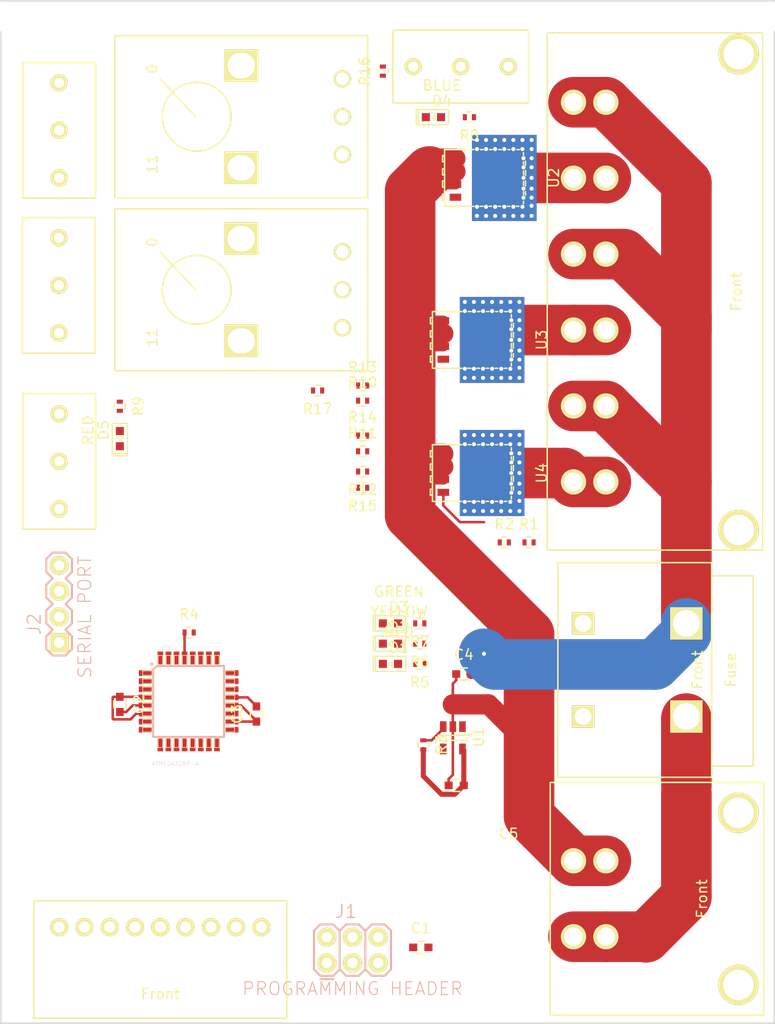
<source format=kicad_pcb>
(kicad_pcb (version 4) (host pcbnew 4.0.2+dfsg1-stable)

  (general
    (links 253)
    (no_connects 211)
    (area 49.454999 37.624999 241.375001 152.475001)
    (thickness 1.6)
    (drawings 4)
    (tracks 117)
    (zones 0)
    (modules 44)
    (nets 46)
  )

  (page A4)
  (layers
    (0 F.Cu signal)
    (31 B.Cu signal)
    (32 B.Adhes user)
    (33 F.Adhes user)
    (34 B.Paste user)
    (35 F.Paste user)
    (36 B.SilkS user)
    (37 F.SilkS user)
    (38 B.Mask user)
    (39 F.Mask user)
    (40 Dwgs.User user)
    (41 Cmts.User user)
    (42 Eco1.User user)
    (43 Eco2.User user)
    (44 Edge.Cuts user)
    (45 Margin user)
    (46 B.CrtYd user)
    (47 F.CrtYd user)
    (48 B.Fab user)
    (49 F.Fab user)
  )

  (setup
    (last_trace_width 0.25)
    (user_trace_width 0.5)
    (user_trace_width 1)
    (user_trace_width 2)
    (user_trace_width 3)
    (user_trace_width 4)
    (user_trace_width 5)
    (trace_clearance 0.2)
    (zone_clearance 0.508)
    (zone_45_only no)
    (trace_min 0.2)
    (segment_width 0.2)
    (edge_width 0.15)
    (via_size 0.6)
    (via_drill 0.4)
    (via_min_size 0.4)
    (via_min_drill 0.3)
    (uvia_size 0.51)
    (uvia_drill 0.13)
    (uvias_allowed no)
    (uvia_min_size 0.2)
    (uvia_min_drill 0.1)
    (pcb_text_width 0.3)
    (pcb_text_size 1.5 1.5)
    (mod_edge_width 0.15)
    (mod_text_size 1 1)
    (mod_text_width 0.15)
    (pad_size 0.79756 0.79756)
    (pad_drill 0)
    (pad_to_mask_clearance 0.2)
    (aux_axis_origin 0 0)
    (visible_elements FFFFFF7F)
    (pcbplotparams
      (layerselection 0x00030_80000001)
      (usegerberextensions false)
      (excludeedgelayer true)
      (linewidth 0.100000)
      (plotframeref false)
      (viasonmask false)
      (mode 1)
      (useauxorigin false)
      (hpglpennumber 1)
      (hpglpenspeed 20)
      (hpglpendiameter 15)
      (hpglpenoverlay 2)
      (psnegative false)
      (psa4output false)
      (plotreference true)
      (plotvalue true)
      (plotinvisibletext false)
      (padsonsilk false)
      (subtractmaskfromsilk false)
      (outputformat 1)
      (mirror false)
      (drillshape 1)
      (scaleselection 1)
      (outputdirectory ""))
  )

  (net 0 "")
  (net 1 GND)
  (net 2 BTN_TIMER)
  (net 3 "Net-(C1-Pad1)")
  (net 4 RST)
  (net 5 VCC)
  (net 6 +BATT)
  (net 7 "Net-(D1-PadANOD)")
  (net 8 "Net-(D2-PadANOD)")
  (net 9 "Net-(D3-PadANOD)")
  (net 10 "Net-(D4-PadANOD)")
  (net 11 "Net-(D5-PadANOD)")
  (net 12 "Net-(F1-Pad1)")
  (net 13 SIGNAL_SWAMP_FAN)
  (net 14 LED_G)
  (net 15 TEMP_OUTSIDE)
  (net 16 TEMP_INSIDE)
  (net 17 SIGNAL_VENT_FAN)
  (net 18 SIGNAL_PUMP)
  (net 19 LED_TIMER)
  (net 20 SW_SWAMP)
  (net 21 SW_VENT_OVERRIDE)
  (net 22 SW_AUTOVENT)
  (net 23 MOSI)
  (net 24 MISO)
  (net 25 SCK)
  (net 26 POT_VENT_SPEED)
  (net 27 POT_TEMP_DIFF)
  (net 28 LED_R)
  (net 29 AUX)
  (net 30 BATTERY_VOLTAGE_DIVIDER)
  (net 31 SW_WATER_LIMIT)
  (net 32 LED_WATER_LIMIT)
  (net 33 TXO)
  (net 34 RXI)
  (net 35 LED_Y)
  (net 36 OUT_PUMP)
  (net 37 OUT_VENT_FAN)
  (net 38 OUT_SWAMP_FAN)
  (net 39 "Net-(R3-Pad1)")
  (net 40 "Net-(R13-Pad1)")
  (net 41 "Net-(R14-Pad1)")
  (net 42 "Net-(R15-Pad1)")
  (net 43 "Net-(R16-Pad1)")
  (net 44 "Net-(R17-Pad1)")
  (net 45 "Net-(U1-Pad4)")

  (net_class Default "This is the default net class."
    (clearance 0.2)
    (trace_width 0.25)
    (via_dia 0.6)
    (via_drill 0.4)
    (uvia_dia 0.51)
    (uvia_drill 0.13)
    (add_net +BATT)
    (add_net AUX)
    (add_net BATTERY_VOLTAGE_DIVIDER)
    (add_net BTN_TIMER)
    (add_net GND)
    (add_net LED_G)
    (add_net LED_R)
    (add_net LED_TIMER)
    (add_net LED_WATER_LIMIT)
    (add_net LED_Y)
    (add_net MISO)
    (add_net MOSI)
    (add_net "Net-(C1-Pad1)")
    (add_net "Net-(D1-PadANOD)")
    (add_net "Net-(D2-PadANOD)")
    (add_net "Net-(D3-PadANOD)")
    (add_net "Net-(D4-PadANOD)")
    (add_net "Net-(D5-PadANOD)")
    (add_net "Net-(F1-Pad1)")
    (add_net "Net-(R13-Pad1)")
    (add_net "Net-(R14-Pad1)")
    (add_net "Net-(R15-Pad1)")
    (add_net "Net-(R16-Pad1)")
    (add_net "Net-(R17-Pad1)")
    (add_net "Net-(R3-Pad1)")
    (add_net "Net-(U1-Pad4)")
    (add_net OUT_PUMP)
    (add_net OUT_SWAMP_FAN)
    (add_net OUT_VENT_FAN)
    (add_net POT_TEMP_DIFF)
    (add_net POT_VENT_SPEED)
    (add_net RST)
    (add_net RXI)
    (add_net SCK)
    (add_net SIGNAL_PUMP)
    (add_net SIGNAL_SWAMP_FAN)
    (add_net SIGNAL_VENT_FAN)
    (add_net SW_AUTOVENT)
    (add_net SW_SWAMP)
    (add_net SW_VENT_OVERRIDE)
    (add_net SW_WATER_LIMIT)
    (add_net TEMP_INSIDE)
    (add_net TEMP_OUTSIDE)
    (add_net TXO)
    (add_net VCC)
  )

  (module Capacitors_SMD:C_0603 placed (layer F.Cu) (tedit 5415D631) (tstamp 590FDBC3)
    (at 74.8 105.45 90)
    (descr "Capacitor SMD 0603, reflow soldering, AVX (see smccp.pdf)")
    (tags "capacitor 0603")
    (path /590E75FE)
    (attr smd)
    (fp_text reference C3 (at 0 -1.9 90) (layer F.SilkS)
      (effects (font (size 1 1) (thickness 0.15)))
    )
    (fp_text value 0.1uF (at 0 1.9 90) (layer F.Fab)
      (effects (font (size 1 1) (thickness 0.15)))
    )
    (fp_line (start -1.45 -0.75) (end 1.45 -0.75) (layer F.CrtYd) (width 0.05))
    (fp_line (start -1.45 0.75) (end 1.45 0.75) (layer F.CrtYd) (width 0.05))
    (fp_line (start -1.45 -0.75) (end -1.45 0.75) (layer F.CrtYd) (width 0.05))
    (fp_line (start 1.45 -0.75) (end 1.45 0.75) (layer F.CrtYd) (width 0.05))
    (fp_line (start -0.35 -0.6) (end 0.35 -0.6) (layer F.SilkS) (width 0.15))
    (fp_line (start 0.35 0.6) (end -0.35 0.6) (layer F.SilkS) (width 0.15))
    (pad 1 smd rect (at -0.75 0 90) (size 0.8 0.75) (layers F.Cu F.Paste F.Mask)
      (net 5 VCC))
    (pad 2 smd rect (at 0.75 0 90) (size 0.8 0.75) (layers F.Cu F.Paste F.Mask)
      (net 1 GND))
    (model Capacitors_SMD.3dshapes/C_0603.wrl
      (at (xyz 0 0 0))
      (scale (xyz 1 1 1))
      (rotate (xyz 0 0 0))
    )
  )

  (module homebrew:EG2355-ND placed (layer F.Cu) (tedit 590F7E01) (tstamp 590FDBB1)
    (at 95 41.5)
    (path /590F4415)
    (fp_text reference BTN1 (at 0 -2.1) (layer Dwgs.User)
      (effects (font (size 1 1) (thickness 0.15)))
    )
    (fp_text value SPST (at 0.2 2.5) (layer F.Fab)
      (effects (font (size 1 1) (thickness 0.15)))
    )
    (fp_line (start 6.7 -3.6) (end 6.7 3.6) (layer F.SilkS) (width 0.15))
    (fp_line (start 6.7 3.6) (end -6.7 3.6) (layer F.SilkS) (width 0.15))
    (fp_line (start -6.7 3.6) (end -6.7 -3.6) (layer F.SilkS) (width 0.15))
    (fp_line (start -6.7 -3.6) (end 6.7 -3.6) (layer F.SilkS) (width 0.15))
    (pad 1 thru_hole circle (at -4.7 0) (size 1.7 1.7) (drill 1) (layers *.Cu *.Mask F.SilkS)
      (net 1 GND))
    (pad 3 thru_hole circle (at 4.7 0) (size 1.7 1.7) (drill 1) (layers *.Cu *.Mask F.SilkS))
    (pad 2 thru_hole circle (at 0 0) (size 1.7 1.7) (drill 1) (layers *.Cu *.Mask F.SilkS)
      (net 2 BTN_TIMER))
  )

  (module Capacitors_SMD:C_0603 placed (layer F.Cu) (tedit 5415D631) (tstamp 590FDBB7)
    (at 91.05 128.5)
    (descr "Capacitor SMD 0603, reflow soldering, AVX (see smccp.pdf)")
    (tags "capacitor 0603")
    (path /590E8501)
    (attr smd)
    (fp_text reference C1 (at 0 -1.9) (layer F.SilkS)
      (effects (font (size 1 1) (thickness 0.15)))
    )
    (fp_text value .1uF (at 0 1.9) (layer F.Fab)
      (effects (font (size 1 1) (thickness 0.15)))
    )
    (fp_line (start -1.45 -0.75) (end 1.45 -0.75) (layer F.CrtYd) (width 0.05))
    (fp_line (start -1.45 0.75) (end 1.45 0.75) (layer F.CrtYd) (width 0.05))
    (fp_line (start -1.45 -0.75) (end -1.45 0.75) (layer F.CrtYd) (width 0.05))
    (fp_line (start 1.45 -0.75) (end 1.45 0.75) (layer F.CrtYd) (width 0.05))
    (fp_line (start -0.35 -0.6) (end 0.35 -0.6) (layer F.SilkS) (width 0.15))
    (fp_line (start 0.35 0.6) (end -0.35 0.6) (layer F.SilkS) (width 0.15))
    (pad 1 smd rect (at -0.75 0) (size 0.8 0.75) (layers F.Cu F.Paste F.Mask)
      (net 3 "Net-(C1-Pad1)"))
    (pad 2 smd rect (at 0.75 0) (size 0.8 0.75) (layers F.Cu F.Paste F.Mask)
      (net 4 RST))
    (model Capacitors_SMD.3dshapes/C_0603.wrl
      (at (xyz 0 0 0))
      (scale (xyz 1 1 1))
      (rotate (xyz 0 0 0))
    )
  )

  (module Capacitors_SMD:C_0603 placed (layer F.Cu) (tedit 5415D631) (tstamp 590FDBBD)
    (at 61.3 104.5 270)
    (descr "Capacitor SMD 0603, reflow soldering, AVX (see smccp.pdf)")
    (tags "capacitor 0603")
    (path /5911190A)
    (attr smd)
    (fp_text reference C2 (at 0 -1.9 270) (layer F.SilkS)
      (effects (font (size 1 1) (thickness 0.15)))
    )
    (fp_text value 0.1uF (at 0 1.9 270) (layer F.Fab)
      (effects (font (size 1 1) (thickness 0.15)))
    )
    (fp_line (start -1.45 -0.75) (end 1.45 -0.75) (layer F.CrtYd) (width 0.05))
    (fp_line (start -1.45 0.75) (end 1.45 0.75) (layer F.CrtYd) (width 0.05))
    (fp_line (start -1.45 -0.75) (end -1.45 0.75) (layer F.CrtYd) (width 0.05))
    (fp_line (start 1.45 -0.75) (end 1.45 0.75) (layer F.CrtYd) (width 0.05))
    (fp_line (start -0.35 -0.6) (end 0.35 -0.6) (layer F.SilkS) (width 0.15))
    (fp_line (start 0.35 0.6) (end -0.35 0.6) (layer F.SilkS) (width 0.15))
    (pad 1 smd rect (at -0.75 0 270) (size 0.8 0.75) (layers F.Cu F.Paste F.Mask)
      (net 5 VCC))
    (pad 2 smd rect (at 0.75 0 270) (size 0.8 0.75) (layers F.Cu F.Paste F.Mask)
      (net 1 GND))
    (model Capacitors_SMD.3dshapes/C_0603.wrl
      (at (xyz 0 0 0))
      (scale (xyz 1 1 1))
      (rotate (xyz 0 0 0))
    )
  )

  (module Capacitors_SMD:C_0603 placed (layer F.Cu) (tedit 5415D631) (tstamp 590FDBC9)
    (at 95.3 101.5)
    (descr "Capacitor SMD 0603, reflow soldering, AVX (see smccp.pdf)")
    (tags "capacitor 0603")
    (path /590E714A)
    (attr smd)
    (fp_text reference C4 (at 0 -1.9) (layer F.SilkS)
      (effects (font (size 1 1) (thickness 0.15)))
    )
    (fp_text value 1.0uF (at 0 1.9) (layer F.Fab)
      (effects (font (size 1 1) (thickness 0.15)))
    )
    (fp_line (start -1.45 -0.75) (end 1.45 -0.75) (layer F.CrtYd) (width 0.05))
    (fp_line (start -1.45 0.75) (end 1.45 0.75) (layer F.CrtYd) (width 0.05))
    (fp_line (start -1.45 -0.75) (end -1.45 0.75) (layer F.CrtYd) (width 0.05))
    (fp_line (start 1.45 -0.75) (end 1.45 0.75) (layer F.CrtYd) (width 0.05))
    (fp_line (start -0.35 -0.6) (end 0.35 -0.6) (layer F.SilkS) (width 0.15))
    (fp_line (start 0.35 0.6) (end -0.35 0.6) (layer F.SilkS) (width 0.15))
    (pad 1 smd rect (at -0.75 0) (size 0.8 0.75) (layers F.Cu F.Paste F.Mask)
      (net 1 GND))
    (pad 2 smd rect (at 0.75 0) (size 0.8 0.75) (layers F.Cu F.Paste F.Mask)
      (net 6 +BATT))
    (model Capacitors_SMD.3dshapes/C_0603.wrl
      (at (xyz 0 0 0))
      (scale (xyz 1 1 1))
      (rotate (xyz 0 0 0))
    )
  )

  (module Capacitors_SMD:C_0603 placed (layer F.Cu) (tedit 5415D631) (tstamp 590FDBCF)
    (at 94.55 112.5)
    (descr "Capacitor SMD 0603, reflow soldering, AVX (see smccp.pdf)")
    (tags "capacitor 0603")
    (path /590E70D3)
    (attr smd)
    (fp_text reference C5 (at 5.18 4.78) (layer F.SilkS)
      (effects (font (size 1 1) (thickness 0.15)))
    )
    (fp_text value 2.2uF (at 0 1.9) (layer F.Fab)
      (effects (font (size 1 1) (thickness 0.15)))
    )
    (fp_line (start -1.45 -0.75) (end 1.45 -0.75) (layer F.CrtYd) (width 0.05))
    (fp_line (start -1.45 0.75) (end 1.45 0.75) (layer F.CrtYd) (width 0.05))
    (fp_line (start -1.45 -0.75) (end -1.45 0.75) (layer F.CrtYd) (width 0.05))
    (fp_line (start 1.45 -0.75) (end 1.45 0.75) (layer F.CrtYd) (width 0.05))
    (fp_line (start -0.35 -0.6) (end 0.35 -0.6) (layer F.SilkS) (width 0.15))
    (fp_line (start 0.35 0.6) (end -0.35 0.6) (layer F.SilkS) (width 0.15))
    (pad 1 smd rect (at -0.75 0) (size 0.8 0.75) (layers F.Cu F.Paste F.Mask)
      (net 1 GND))
    (pad 2 smd rect (at 0.75 0) (size 0.8 0.75) (layers F.Cu F.Paste F.Mask)
      (net 5 VCC))
    (model Capacitors_SMD.3dshapes/C_0603.wrl
      (at (xyz 0 0 0))
      (scale (xyz 1 1 1))
      (rotate (xyz 0 0 0))
    )
  )

  (module MF_LEDs:MF_LEDs-LED0603 placed (layer F.Cu) (tedit 200000) (tstamp 590FDBD5)
    (at 88.0493 100.5)
    (descr "DESCRIPTION: FOOTPRINT FOR SINGLE LEDS IN 0621")
    (tags "DESCRIPTION: FOOTPRINT FOR SINGLE LEDS IN 0621")
    (path /59119842)
    (solder_mask_margin 0.1016)
    (clearance 0.1016)
    (attr smd)
    (fp_text reference D1 (at 0.8382 -1.60782) (layer F.SilkS)
      (effects (font (size 1.016 1.016) (thickness 0.1524)))
    )
    (fp_text value RED (at 0.8382 -3.13182) (layer F.SilkS)
      (effects (font (size 1.016 1.016) (thickness 0.1524)))
    )
    (fp_line (start -1.4986 -0.7493) (end -1.4986 0.7493) (layer F.SilkS) (width 0.127))
    (fp_line (start -1.4986 0.7493) (end 1.4986 0.7493) (layer F.SilkS) (width 0.127))
    (fp_line (start 1.4986 0.7493) (end 1.4986 -0.7493) (layer F.SilkS) (width 0.127))
    (fp_line (start 1.4986 -0.7493) (end -1.4986 -0.7493) (layer F.SilkS) (width 0.127))
    (fp_line (start -1.4986 -0.7493) (end -1.69926 -0.7493) (layer F.SilkS) (width 0.127))
    (fp_line (start -1.69926 -0.7493) (end -1.69926 0.7493) (layer F.SilkS) (width 0.127))
    (fp_line (start -1.69926 0.7493) (end -1.4986 0.7493) (layer F.SilkS) (width 0.127))
    (fp_line (start -1.4986 0.7493) (end -1.4986 -0.7493) (layer F.SilkS) (width 0.127))
    (fp_line (start -0.14986 0) (end 0.14986 -0.29972) (layer F.SilkS) (width 0.127))
    (fp_line (start 0.14986 -0.29972) (end 0.14986 0.29972) (layer F.SilkS) (width 0.127))
    (fp_line (start 0.14986 0.29972) (end -0.14986 0) (layer F.SilkS) (width 0.127))
    (pad ANOD smd rect (at 0.7493 0) (size 0.79756 0.79756) (layers F.Cu F.Paste F.Mask)
      (net 7 "Net-(D1-PadANOD)"))
    (pad CATH smd rect (at -0.7493 0) (size 0.79756 0.79756) (layers F.Cu F.Paste F.Mask)
      (net 1 GND))
  )

  (module MF_LEDs:MF_LEDs-LED0603 placed (layer F.Cu) (tedit 200000) (tstamp 590FDBDB)
    (at 88.0493 98.5)
    (descr "DESCRIPTION: FOOTPRINT FOR SINGLE LEDS IN 0621")
    (tags "DESCRIPTION: FOOTPRINT FOR SINGLE LEDS IN 0621")
    (path /59119B10)
    (solder_mask_margin 0.1016)
    (clearance 0.1016)
    (attr smd)
    (fp_text reference D2 (at 0.8382 -1.60782) (layer F.SilkS)
      (effects (font (size 1.016 1.016) (thickness 0.1524)))
    )
    (fp_text value YELLOW (at 0.8382 -3.13182) (layer F.SilkS)
      (effects (font (size 1.016 1.016) (thickness 0.1524)))
    )
    (fp_line (start -1.4986 -0.7493) (end -1.4986 0.7493) (layer F.SilkS) (width 0.127))
    (fp_line (start -1.4986 0.7493) (end 1.4986 0.7493) (layer F.SilkS) (width 0.127))
    (fp_line (start 1.4986 0.7493) (end 1.4986 -0.7493) (layer F.SilkS) (width 0.127))
    (fp_line (start 1.4986 -0.7493) (end -1.4986 -0.7493) (layer F.SilkS) (width 0.127))
    (fp_line (start -1.4986 -0.7493) (end -1.69926 -0.7493) (layer F.SilkS) (width 0.127))
    (fp_line (start -1.69926 -0.7493) (end -1.69926 0.7493) (layer F.SilkS) (width 0.127))
    (fp_line (start -1.69926 0.7493) (end -1.4986 0.7493) (layer F.SilkS) (width 0.127))
    (fp_line (start -1.4986 0.7493) (end -1.4986 -0.7493) (layer F.SilkS) (width 0.127))
    (fp_line (start -0.14986 0) (end 0.14986 -0.29972) (layer F.SilkS) (width 0.127))
    (fp_line (start 0.14986 -0.29972) (end 0.14986 0.29972) (layer F.SilkS) (width 0.127))
    (fp_line (start 0.14986 0.29972) (end -0.14986 0) (layer F.SilkS) (width 0.127))
    (pad ANOD smd rect (at 0.7493 0) (size 0.79756 0.79756) (layers F.Cu F.Paste F.Mask)
      (net 8 "Net-(D2-PadANOD)"))
    (pad CATH smd rect (at -0.7493 0) (size 0.79756 0.79756) (layers F.Cu F.Paste F.Mask)
      (net 1 GND))
  )

  (module MF_LEDs:MF_LEDs-LED0603 placed (layer F.Cu) (tedit 200000) (tstamp 590FDBE1)
    (at 88.0493 96.5)
    (descr "DESCRIPTION: FOOTPRINT FOR SINGLE LEDS IN 0621")
    (tags "DESCRIPTION: FOOTPRINT FOR SINGLE LEDS IN 0621")
    (path /59119E03)
    (solder_mask_margin 0.1016)
    (clearance 0.1016)
    (attr smd)
    (fp_text reference D3 (at 0.8382 -1.60782) (layer F.SilkS)
      (effects (font (size 1.016 1.016) (thickness 0.1524)))
    )
    (fp_text value GREEN (at 0.8382 -3.13182) (layer F.SilkS)
      (effects (font (size 1.016 1.016) (thickness 0.1524)))
    )
    (fp_line (start -1.4986 -0.7493) (end -1.4986 0.7493) (layer F.SilkS) (width 0.127))
    (fp_line (start -1.4986 0.7493) (end 1.4986 0.7493) (layer F.SilkS) (width 0.127))
    (fp_line (start 1.4986 0.7493) (end 1.4986 -0.7493) (layer F.SilkS) (width 0.127))
    (fp_line (start 1.4986 -0.7493) (end -1.4986 -0.7493) (layer F.SilkS) (width 0.127))
    (fp_line (start -1.4986 -0.7493) (end -1.69926 -0.7493) (layer F.SilkS) (width 0.127))
    (fp_line (start -1.69926 -0.7493) (end -1.69926 0.7493) (layer F.SilkS) (width 0.127))
    (fp_line (start -1.69926 0.7493) (end -1.4986 0.7493) (layer F.SilkS) (width 0.127))
    (fp_line (start -1.4986 0.7493) (end -1.4986 -0.7493) (layer F.SilkS) (width 0.127))
    (fp_line (start -0.14986 0) (end 0.14986 -0.29972) (layer F.SilkS) (width 0.127))
    (fp_line (start 0.14986 -0.29972) (end 0.14986 0.29972) (layer F.SilkS) (width 0.127))
    (fp_line (start 0.14986 0.29972) (end -0.14986 0) (layer F.SilkS) (width 0.127))
    (pad ANOD smd rect (at 0.7493 0) (size 0.79756 0.79756) (layers F.Cu F.Paste F.Mask)
      (net 9 "Net-(D3-PadANOD)"))
    (pad CATH smd rect (at -0.7493 0) (size 0.79756 0.79756) (layers F.Cu F.Paste F.Mask)
      (net 1 GND))
  )

  (module MF_LEDs:MF_LEDs-LED0603 placed (layer F.Cu) (tedit 200000) (tstamp 590FDBE7)
    (at 92.3 46.5)
    (descr "DESCRIPTION: FOOTPRINT FOR SINGLE LEDS IN 0621")
    (tags "DESCRIPTION: FOOTPRINT FOR SINGLE LEDS IN 0621")
    (path /5911A03A)
    (solder_mask_margin 0.1016)
    (clearance 0.1016)
    (attr smd)
    (fp_text reference D4 (at 0.8382 -1.60782) (layer F.SilkS)
      (effects (font (size 1.016 1.016) (thickness 0.1524)))
    )
    (fp_text value BLUE (at 0.8382 -3.13182) (layer F.SilkS)
      (effects (font (size 1.016 1.016) (thickness 0.1524)))
    )
    (fp_line (start -1.4986 -0.7493) (end -1.4986 0.7493) (layer F.SilkS) (width 0.127))
    (fp_line (start -1.4986 0.7493) (end 1.4986 0.7493) (layer F.SilkS) (width 0.127))
    (fp_line (start 1.4986 0.7493) (end 1.4986 -0.7493) (layer F.SilkS) (width 0.127))
    (fp_line (start 1.4986 -0.7493) (end -1.4986 -0.7493) (layer F.SilkS) (width 0.127))
    (fp_line (start -1.4986 -0.7493) (end -1.69926 -0.7493) (layer F.SilkS) (width 0.127))
    (fp_line (start -1.69926 -0.7493) (end -1.69926 0.7493) (layer F.SilkS) (width 0.127))
    (fp_line (start -1.69926 0.7493) (end -1.4986 0.7493) (layer F.SilkS) (width 0.127))
    (fp_line (start -1.4986 0.7493) (end -1.4986 -0.7493) (layer F.SilkS) (width 0.127))
    (fp_line (start -0.14986 0) (end 0.14986 -0.29972) (layer F.SilkS) (width 0.127))
    (fp_line (start 0.14986 -0.29972) (end 0.14986 0.29972) (layer F.SilkS) (width 0.127))
    (fp_line (start 0.14986 0.29972) (end -0.14986 0) (layer F.SilkS) (width 0.127))
    (pad ANOD smd rect (at 0.7493 0) (size 0.79756 0.79756) (layers F.Cu F.Paste F.Mask)
      (net 10 "Net-(D4-PadANOD)"))
    (pad CATH smd rect (at -0.7493 0) (size 0.79756 0.79756) (layers F.Cu F.Paste F.Mask)
      (net 1 GND))
  )

  (module MF_LEDs:MF_LEDs-LED0603 placed (layer F.Cu) (tedit 200000) (tstamp 590FDBED)
    (at 61.3 78.2493 90)
    (descr "DESCRIPTION: FOOTPRINT FOR SINGLE LEDS IN 0621")
    (tags "DESCRIPTION: FOOTPRINT FOR SINGLE LEDS IN 0621")
    (path /5911A388)
    (solder_mask_margin 0.1016)
    (clearance 0.1016)
    (attr smd)
    (fp_text reference D5 (at 0.8382 -1.60782 90) (layer F.SilkS)
      (effects (font (size 1.016 1.016) (thickness 0.1524)))
    )
    (fp_text value RED (at 0.8382 -3.13182 90) (layer F.SilkS)
      (effects (font (size 1.016 1.016) (thickness 0.1524)))
    )
    (fp_line (start -1.4986 -0.7493) (end -1.4986 0.7493) (layer F.SilkS) (width 0.127))
    (fp_line (start -1.4986 0.7493) (end 1.4986 0.7493) (layer F.SilkS) (width 0.127))
    (fp_line (start 1.4986 0.7493) (end 1.4986 -0.7493) (layer F.SilkS) (width 0.127))
    (fp_line (start 1.4986 -0.7493) (end -1.4986 -0.7493) (layer F.SilkS) (width 0.127))
    (fp_line (start -1.4986 -0.7493) (end -1.69926 -0.7493) (layer F.SilkS) (width 0.127))
    (fp_line (start -1.69926 -0.7493) (end -1.69926 0.7493) (layer F.SilkS) (width 0.127))
    (fp_line (start -1.69926 0.7493) (end -1.4986 0.7493) (layer F.SilkS) (width 0.127))
    (fp_line (start -1.4986 0.7493) (end -1.4986 -0.7493) (layer F.SilkS) (width 0.127))
    (fp_line (start -0.14986 0) (end 0.14986 -0.29972) (layer F.SilkS) (width 0.127))
    (fp_line (start 0.14986 -0.29972) (end 0.14986 0.29972) (layer F.SilkS) (width 0.127))
    (fp_line (start 0.14986 0.29972) (end -0.14986 0) (layer F.SilkS) (width 0.127))
    (pad ANOD smd rect (at 0.7493 0 90) (size 0.79756 0.79756) (layers F.Cu F.Paste F.Mask)
      (net 11 "Net-(D5-PadANOD)"))
    (pad CATH smd rect (at -0.7493 0 90) (size 0.79756 0.79756) (layers F.Cu F.Paste F.Mask)
      (net 1 GND))
  )

  (module homebrew:FUSE-3550-2 placed (layer F.Cu) (tedit 590F8DC3) (tstamp 590FDBF5)
    (at 112.2 101.1 90)
    (path /590FFB07)
    (fp_text reference F1 (at 0 1.5 90) (layer Dwgs.User)
      (effects (font (size 1 1) (thickness 0.15)))
    )
    (fp_text value POWER_FUSE (at 0 -0.9 90) (layer Dwgs.User)
      (effects (font (size 1 1) (thickness 0.15)))
    )
    (fp_text user Fuse (at 0 9.5 90) (layer F.SilkS)
      (effects (font (size 1 1) (thickness 0.15)))
    )
    (fp_line (start -9.5 7.6) (end -9.5 11.7) (layer F.SilkS) (width 0.15))
    (fp_line (start -9.5 11.7) (end 7.9 11.7) (layer F.SilkS) (width 0.15))
    (fp_line (start 7.9 11.7) (end 8.9 11.7) (layer F.SilkS) (width 0.15))
    (fp_line (start 8.9 11.7) (end 9.3 11.7) (layer F.SilkS) (width 0.15))
    (fp_line (start 9.3 11.7) (end 9.3 7.6) (layer F.SilkS) (width 0.15))
    (fp_text user Front (at 0 6.2 90) (layer F.SilkS)
      (effects (font (size 1 1) (thickness 0.15)))
    )
    (fp_line (start 10.6 -7.6) (end -10.6 -7.6) (layer F.SilkS) (width 0.15))
    (fp_line (start -10.6 -7.6) (end -10.6 7.6) (layer F.SilkS) (width 0.15))
    (fp_line (start -10.6 7.6) (end 10.6 7.6) (layer F.SilkS) (width 0.15))
    (fp_line (start 10.6 7.6) (end 10.6 -7.6) (layer F.SilkS) (width 0.15))
    (pad Snap thru_hole rect (at -4.6 -5.1 90) (size 2.2 2.2) (drill 1.64) (layers *.Cu *.Mask F.SilkS))
    (pad 1 thru_hole rect (at -4.6 5.1 90) (size 3.2 3.2) (drill 2.64) (layers *.Cu *.Mask F.SilkS)
      (net 12 "Net-(F1-Pad1)"))
    (pad 2 thru_hole rect (at 4.6 5.1 90) (size 3.2 3.2) (drill 2.64) (layers *.Cu *.Mask F.SilkS)
      (net 6 +BATT))
    (pad Snap thru_hole rect (at 4.6 -5.1 90) (size 2.2 2.2) (drill 1.64) (layers *.Cu *.Mask F.SilkS))
  )

  (module SparkFun-DigitalIC:TQFP32-08 placed (layer F.Cu) (tedit 200000) (tstamp 590FDC19)
    (at 68.10112 104.2074)
    (descr "THIN PLASIC QUAD FLAT PACKAGE GRID 0.8 MM")
    (tags "THIN PLASIC QUAD FLAT PACKAGE GRID 0.8 MM")
    (path /590E5BF3)
    (attr smd)
    (fp_text reference IC1 (at -2.159 -5.2832) (layer B.SilkS)
      (effects (font (size 0.4064 0.4064) (thickness 0.0254)))
    )
    (fp_text value ATMEGA328P-A (at -1.3208 6.1468) (layer B.SilkS)
      (effects (font (size 0.4064 0.4064) (thickness 0.0254)))
    )
    (fp_line (start -4.5466 -2.57048) (end -3.556 -2.57048) (layer F.SilkS) (width 0.06604))
    (fp_line (start -3.556 -2.57048) (end -3.556 -3.02768) (layer F.SilkS) (width 0.06604))
    (fp_line (start -4.5466 -3.02768) (end -3.556 -3.02768) (layer F.SilkS) (width 0.06604))
    (fp_line (start -4.5466 -2.57048) (end -4.5466 -3.02768) (layer F.SilkS) (width 0.06604))
    (fp_line (start -4.5466 -1.77038) (end -3.556 -1.77038) (layer F.SilkS) (width 0.06604))
    (fp_line (start -3.556 -1.77038) (end -3.556 -2.22758) (layer F.SilkS) (width 0.06604))
    (fp_line (start -4.5466 -2.22758) (end -3.556 -2.22758) (layer F.SilkS) (width 0.06604))
    (fp_line (start -4.5466 -1.77038) (end -4.5466 -2.22758) (layer F.SilkS) (width 0.06604))
    (fp_line (start -4.5466 -0.97028) (end -3.556 -0.97028) (layer F.SilkS) (width 0.06604))
    (fp_line (start -3.556 -0.97028) (end -3.556 -1.42748) (layer F.SilkS) (width 0.06604))
    (fp_line (start -4.5466 -1.42748) (end -3.556 -1.42748) (layer F.SilkS) (width 0.06604))
    (fp_line (start -4.5466 -0.97028) (end -4.5466 -1.42748) (layer F.SilkS) (width 0.06604))
    (fp_line (start -4.5466 -0.17018) (end -3.556 -0.17018) (layer F.SilkS) (width 0.06604))
    (fp_line (start -3.556 -0.17018) (end -3.556 -0.62738) (layer F.SilkS) (width 0.06604))
    (fp_line (start -4.5466 -0.62738) (end -3.556 -0.62738) (layer F.SilkS) (width 0.06604))
    (fp_line (start -4.5466 -0.17018) (end -4.5466 -0.62738) (layer F.SilkS) (width 0.06604))
    (fp_line (start -4.5466 0.62738) (end -3.556 0.62738) (layer F.SilkS) (width 0.06604))
    (fp_line (start -3.556 0.62738) (end -3.556 0.17018) (layer F.SilkS) (width 0.06604))
    (fp_line (start -4.5466 0.17018) (end -3.556 0.17018) (layer F.SilkS) (width 0.06604))
    (fp_line (start -4.5466 0.62738) (end -4.5466 0.17018) (layer F.SilkS) (width 0.06604))
    (fp_line (start -4.5466 1.42748) (end -3.556 1.42748) (layer F.SilkS) (width 0.06604))
    (fp_line (start -3.556 1.42748) (end -3.556 0.97028) (layer F.SilkS) (width 0.06604))
    (fp_line (start -4.5466 0.97028) (end -3.556 0.97028) (layer F.SilkS) (width 0.06604))
    (fp_line (start -4.5466 1.42748) (end -4.5466 0.97028) (layer F.SilkS) (width 0.06604))
    (fp_line (start -4.5466 2.22758) (end -3.556 2.22758) (layer F.SilkS) (width 0.06604))
    (fp_line (start -3.556 2.22758) (end -3.556 1.77038) (layer F.SilkS) (width 0.06604))
    (fp_line (start -4.5466 1.77038) (end -3.556 1.77038) (layer F.SilkS) (width 0.06604))
    (fp_line (start -4.5466 2.22758) (end -4.5466 1.77038) (layer F.SilkS) (width 0.06604))
    (fp_line (start -4.5466 3.02768) (end -3.556 3.02768) (layer F.SilkS) (width 0.06604))
    (fp_line (start -3.556 3.02768) (end -3.556 2.57048) (layer F.SilkS) (width 0.06604))
    (fp_line (start -4.5466 2.57048) (end -3.556 2.57048) (layer F.SilkS) (width 0.06604))
    (fp_line (start -4.5466 3.02768) (end -4.5466 2.57048) (layer F.SilkS) (width 0.06604))
    (fp_line (start -3.02768 4.5466) (end -2.57048 4.5466) (layer F.SilkS) (width 0.06604))
    (fp_line (start -2.57048 4.5466) (end -2.57048 3.556) (layer F.SilkS) (width 0.06604))
    (fp_line (start -3.02768 3.556) (end -2.57048 3.556) (layer F.SilkS) (width 0.06604))
    (fp_line (start -3.02768 4.5466) (end -3.02768 3.556) (layer F.SilkS) (width 0.06604))
    (fp_line (start -2.22758 4.5466) (end -1.77038 4.5466) (layer F.SilkS) (width 0.06604))
    (fp_line (start -1.77038 4.5466) (end -1.77038 3.556) (layer F.SilkS) (width 0.06604))
    (fp_line (start -2.22758 3.556) (end -1.77038 3.556) (layer F.SilkS) (width 0.06604))
    (fp_line (start -2.22758 4.5466) (end -2.22758 3.556) (layer F.SilkS) (width 0.06604))
    (fp_line (start -1.42748 4.5466) (end -0.97028 4.5466) (layer F.SilkS) (width 0.06604))
    (fp_line (start -0.97028 4.5466) (end -0.97028 3.556) (layer F.SilkS) (width 0.06604))
    (fp_line (start -1.42748 3.556) (end -0.97028 3.556) (layer F.SilkS) (width 0.06604))
    (fp_line (start -1.42748 4.5466) (end -1.42748 3.556) (layer F.SilkS) (width 0.06604))
    (fp_line (start -0.62738 4.5466) (end -0.17018 4.5466) (layer F.SilkS) (width 0.06604))
    (fp_line (start -0.17018 4.5466) (end -0.17018 3.556) (layer F.SilkS) (width 0.06604))
    (fp_line (start -0.62738 3.556) (end -0.17018 3.556) (layer F.SilkS) (width 0.06604))
    (fp_line (start -0.62738 4.5466) (end -0.62738 3.556) (layer F.SilkS) (width 0.06604))
    (fp_line (start 0.17018 4.5466) (end 0.62738 4.5466) (layer F.SilkS) (width 0.06604))
    (fp_line (start 0.62738 4.5466) (end 0.62738 3.556) (layer F.SilkS) (width 0.06604))
    (fp_line (start 0.17018 3.556) (end 0.62738 3.556) (layer F.SilkS) (width 0.06604))
    (fp_line (start 0.17018 4.5466) (end 0.17018 3.556) (layer F.SilkS) (width 0.06604))
    (fp_line (start 0.97028 4.5466) (end 1.42748 4.5466) (layer F.SilkS) (width 0.06604))
    (fp_line (start 1.42748 4.5466) (end 1.42748 3.556) (layer F.SilkS) (width 0.06604))
    (fp_line (start 0.97028 3.556) (end 1.42748 3.556) (layer F.SilkS) (width 0.06604))
    (fp_line (start 0.97028 4.5466) (end 0.97028 3.556) (layer F.SilkS) (width 0.06604))
    (fp_line (start 1.77038 4.5466) (end 2.22758 4.5466) (layer F.SilkS) (width 0.06604))
    (fp_line (start 2.22758 4.5466) (end 2.22758 3.556) (layer F.SilkS) (width 0.06604))
    (fp_line (start 1.77038 3.556) (end 2.22758 3.556) (layer F.SilkS) (width 0.06604))
    (fp_line (start 1.77038 4.5466) (end 1.77038 3.556) (layer F.SilkS) (width 0.06604))
    (fp_line (start 2.57048 4.5466) (end 3.02768 4.5466) (layer F.SilkS) (width 0.06604))
    (fp_line (start 3.02768 4.5466) (end 3.02768 3.556) (layer F.SilkS) (width 0.06604))
    (fp_line (start 2.57048 3.556) (end 3.02768 3.556) (layer F.SilkS) (width 0.06604))
    (fp_line (start 2.57048 4.5466) (end 2.57048 3.556) (layer F.SilkS) (width 0.06604))
    (fp_line (start 3.556 3.02768) (end 4.5466 3.02768) (layer F.SilkS) (width 0.06604))
    (fp_line (start 4.5466 3.02768) (end 4.5466 2.57048) (layer F.SilkS) (width 0.06604))
    (fp_line (start 3.556 2.57048) (end 4.5466 2.57048) (layer F.SilkS) (width 0.06604))
    (fp_line (start 3.556 3.02768) (end 3.556 2.57048) (layer F.SilkS) (width 0.06604))
    (fp_line (start 3.556 2.22758) (end 4.5466 2.22758) (layer F.SilkS) (width 0.06604))
    (fp_line (start 4.5466 2.22758) (end 4.5466 1.77038) (layer F.SilkS) (width 0.06604))
    (fp_line (start 3.556 1.77038) (end 4.5466 1.77038) (layer F.SilkS) (width 0.06604))
    (fp_line (start 3.556 2.22758) (end 3.556 1.77038) (layer F.SilkS) (width 0.06604))
    (fp_line (start 3.556 1.42748) (end 4.5466 1.42748) (layer F.SilkS) (width 0.06604))
    (fp_line (start 4.5466 1.42748) (end 4.5466 0.97028) (layer F.SilkS) (width 0.06604))
    (fp_line (start 3.556 0.97028) (end 4.5466 0.97028) (layer F.SilkS) (width 0.06604))
    (fp_line (start 3.556 1.42748) (end 3.556 0.97028) (layer F.SilkS) (width 0.06604))
    (fp_line (start 3.556 0.62738) (end 4.5466 0.62738) (layer F.SilkS) (width 0.06604))
    (fp_line (start 4.5466 0.62738) (end 4.5466 0.17018) (layer F.SilkS) (width 0.06604))
    (fp_line (start 3.556 0.17018) (end 4.5466 0.17018) (layer F.SilkS) (width 0.06604))
    (fp_line (start 3.556 0.62738) (end 3.556 0.17018) (layer F.SilkS) (width 0.06604))
    (fp_line (start 3.556 -0.17018) (end 4.5466 -0.17018) (layer F.SilkS) (width 0.06604))
    (fp_line (start 4.5466 -0.17018) (end 4.5466 -0.62738) (layer F.SilkS) (width 0.06604))
    (fp_line (start 3.556 -0.62738) (end 4.5466 -0.62738) (layer F.SilkS) (width 0.06604))
    (fp_line (start 3.556 -0.17018) (end 3.556 -0.62738) (layer F.SilkS) (width 0.06604))
    (fp_line (start 3.556 -0.97028) (end 4.5466 -0.97028) (layer F.SilkS) (width 0.06604))
    (fp_line (start 4.5466 -0.97028) (end 4.5466 -1.42748) (layer F.SilkS) (width 0.06604))
    (fp_line (start 3.556 -1.42748) (end 4.5466 -1.42748) (layer F.SilkS) (width 0.06604))
    (fp_line (start 3.556 -0.97028) (end 3.556 -1.42748) (layer F.SilkS) (width 0.06604))
    (fp_line (start 3.556 -1.77038) (end 4.5466 -1.77038) (layer F.SilkS) (width 0.06604))
    (fp_line (start 4.5466 -1.77038) (end 4.5466 -2.22758) (layer F.SilkS) (width 0.06604))
    (fp_line (start 3.556 -2.22758) (end 4.5466 -2.22758) (layer F.SilkS) (width 0.06604))
    (fp_line (start 3.556 -1.77038) (end 3.556 -2.22758) (layer F.SilkS) (width 0.06604))
    (fp_line (start 3.556 -2.57048) (end 4.5466 -2.57048) (layer F.SilkS) (width 0.06604))
    (fp_line (start 4.5466 -2.57048) (end 4.5466 -3.02768) (layer F.SilkS) (width 0.06604))
    (fp_line (start 3.556 -3.02768) (end 4.5466 -3.02768) (layer F.SilkS) (width 0.06604))
    (fp_line (start 3.556 -2.57048) (end 3.556 -3.02768) (layer F.SilkS) (width 0.06604))
    (fp_line (start 2.57048 -3.556) (end 3.02768 -3.556) (layer F.SilkS) (width 0.06604))
    (fp_line (start 3.02768 -3.556) (end 3.02768 -4.5466) (layer F.SilkS) (width 0.06604))
    (fp_line (start 2.57048 -4.5466) (end 3.02768 -4.5466) (layer F.SilkS) (width 0.06604))
    (fp_line (start 2.57048 -3.556) (end 2.57048 -4.5466) (layer F.SilkS) (width 0.06604))
    (fp_line (start 1.77038 -3.556) (end 2.22758 -3.556) (layer F.SilkS) (width 0.06604))
    (fp_line (start 2.22758 -3.556) (end 2.22758 -4.5466) (layer F.SilkS) (width 0.06604))
    (fp_line (start 1.77038 -4.5466) (end 2.22758 -4.5466) (layer F.SilkS) (width 0.06604))
    (fp_line (start 1.77038 -3.556) (end 1.77038 -4.5466) (layer F.SilkS) (width 0.06604))
    (fp_line (start 0.97028 -3.556) (end 1.42748 -3.556) (layer F.SilkS) (width 0.06604))
    (fp_line (start 1.42748 -3.556) (end 1.42748 -4.5466) (layer F.SilkS) (width 0.06604))
    (fp_line (start 0.97028 -4.5466) (end 1.42748 -4.5466) (layer F.SilkS) (width 0.06604))
    (fp_line (start 0.97028 -3.556) (end 0.97028 -4.5466) (layer F.SilkS) (width 0.06604))
    (fp_line (start 0.17018 -3.556) (end 0.62738 -3.556) (layer F.SilkS) (width 0.06604))
    (fp_line (start 0.62738 -3.556) (end 0.62738 -4.5466) (layer F.SilkS) (width 0.06604))
    (fp_line (start 0.17018 -4.5466) (end 0.62738 -4.5466) (layer F.SilkS) (width 0.06604))
    (fp_line (start 0.17018 -3.556) (end 0.17018 -4.5466) (layer F.SilkS) (width 0.06604))
    (fp_line (start -0.62738 -3.556) (end -0.17018 -3.556) (layer F.SilkS) (width 0.06604))
    (fp_line (start -0.17018 -3.556) (end -0.17018 -4.5466) (layer F.SilkS) (width 0.06604))
    (fp_line (start -0.62738 -4.5466) (end -0.17018 -4.5466) (layer F.SilkS) (width 0.06604))
    (fp_line (start -0.62738 -3.556) (end -0.62738 -4.5466) (layer F.SilkS) (width 0.06604))
    (fp_line (start -1.42748 -3.556) (end -0.97028 -3.556) (layer F.SilkS) (width 0.06604))
    (fp_line (start -0.97028 -3.556) (end -0.97028 -4.5466) (layer F.SilkS) (width 0.06604))
    (fp_line (start -1.42748 -4.5466) (end -0.97028 -4.5466) (layer F.SilkS) (width 0.06604))
    (fp_line (start -1.42748 -3.556) (end -1.42748 -4.5466) (layer F.SilkS) (width 0.06604))
    (fp_line (start -2.22758 -3.556) (end -1.77038 -3.556) (layer F.SilkS) (width 0.06604))
    (fp_line (start -1.77038 -3.556) (end -1.77038 -4.5466) (layer F.SilkS) (width 0.06604))
    (fp_line (start -2.22758 -4.5466) (end -1.77038 -4.5466) (layer F.SilkS) (width 0.06604))
    (fp_line (start -2.22758 -3.556) (end -2.22758 -4.5466) (layer F.SilkS) (width 0.06604))
    (fp_line (start -3.02768 -3.556) (end -2.57048 -3.556) (layer F.SilkS) (width 0.06604))
    (fp_line (start -2.57048 -3.556) (end -2.57048 -4.5466) (layer F.SilkS) (width 0.06604))
    (fp_line (start -3.02768 -4.5466) (end -2.57048 -4.5466) (layer F.SilkS) (width 0.06604))
    (fp_line (start -3.02768 -3.556) (end -3.02768 -4.5466) (layer F.SilkS) (width 0.06604))
    (fp_line (start 3.50266 -3.50266) (end 3.50266 3.50266) (layer B.SilkS) (width 0.2032))
    (fp_line (start 3.50266 3.50266) (end -3.50266 3.50266) (layer B.SilkS) (width 0.2032))
    (fp_line (start -3.50266 3.50266) (end -3.50266 -3.1496) (layer B.SilkS) (width 0.2032))
    (fp_line (start -3.1496 -3.50266) (end 3.50266 -3.50266) (layer B.SilkS) (width 0.2032))
    (fp_line (start -3.1496 -3.50266) (end -3.50266 -3.1496) (layer B.SilkS) (width 0.2032))
    (fp_circle (center -3.6576 -3.683) (end -3.7338 -3.7592) (layer B.SilkS) (width 0.1016))
    (pad 1 smd rect (at -4.2926 -2.79908) (size 1.27 0.5588) (layers F.Cu F.Paste F.Mask)
      (net 13 SIGNAL_SWAMP_FAN))
    (pad 2 smd rect (at -4.2926 -1.99898) (size 1.27 0.5588) (layers F.Cu F.Paste F.Mask)
      (net 14 LED_G))
    (pad 3 smd rect (at -4.2926 -1.19888) (size 1.27 0.5588) (layers F.Cu F.Paste F.Mask)
      (net 1 GND))
    (pad 4 smd rect (at -4.2926 -0.39878) (size 1.27 0.5588) (layers F.Cu F.Paste F.Mask)
      (net 5 VCC))
    (pad 5 smd rect (at -4.2926 0.39878) (size 1.27 0.5588) (layers F.Cu F.Paste F.Mask)
      (net 1 GND))
    (pad 6 smd rect (at -4.2926 1.19888) (size 1.27 0.5588) (layers F.Cu F.Paste F.Mask)
      (net 5 VCC))
    (pad 7 smd rect (at -4.2926 1.99898) (size 1.27 0.5588) (layers F.Cu F.Paste F.Mask)
      (net 15 TEMP_OUTSIDE))
    (pad 8 smd rect (at -4.2926 2.79908) (size 1.27 0.5588) (layers F.Cu F.Paste F.Mask)
      (net 16 TEMP_INSIDE))
    (pad 9 smd rect (at -2.79908 4.2926) (size 0.5588 1.27) (layers F.Cu F.Paste F.Mask)
      (net 17 SIGNAL_VENT_FAN))
    (pad 10 smd rect (at -1.99898 4.2926) (size 0.5588 1.27) (layers F.Cu F.Paste F.Mask)
      (net 18 SIGNAL_PUMP))
    (pad 11 smd rect (at -1.19888 4.2926) (size 0.5588 1.27) (layers F.Cu F.Paste F.Mask)
      (net 19 LED_TIMER))
    (pad 12 smd rect (at -0.39878 4.2926) (size 0.5588 1.27) (layers F.Cu F.Paste F.Mask)
      (net 20 SW_SWAMP))
    (pad 13 smd rect (at 0.39878 4.2926) (size 0.5588 1.27) (layers F.Cu F.Paste F.Mask)
      (net 21 SW_VENT_OVERRIDE))
    (pad 14 smd rect (at 1.19888 4.2926) (size 0.5588 1.27) (layers F.Cu F.Paste F.Mask)
      (net 22 SW_AUTOVENT))
    (pad 15 smd rect (at 1.99898 4.2926) (size 0.5588 1.27) (layers F.Cu F.Paste F.Mask)
      (net 23 MOSI))
    (pad 16 smd rect (at 2.79908 4.2926) (size 0.5588 1.27) (layers F.Cu F.Paste F.Mask)
      (net 24 MISO))
    (pad 17 smd rect (at 4.2926 2.79908) (size 1.27 0.5588) (layers F.Cu F.Paste F.Mask)
      (net 25 SCK))
    (pad 18 smd rect (at 4.2926 1.99898) (size 1.27 0.5588) (layers F.Cu F.Paste F.Mask)
      (net 5 VCC))
    (pad 19 smd rect (at 4.2926 1.19888) (size 1.27 0.5588) (layers F.Cu F.Paste F.Mask)
      (net 26 POT_VENT_SPEED))
    (pad 20 smd rect (at 4.2926 0.39878) (size 1.27 0.5588) (layers F.Cu F.Paste F.Mask)
      (net 5 VCC))
    (pad 21 smd rect (at 4.2926 -0.39878) (size 1.27 0.5588) (layers F.Cu F.Paste F.Mask)
      (net 1 GND))
    (pad 22 smd rect (at 4.2926 -1.19888) (size 1.27 0.5588) (layers F.Cu F.Paste F.Mask)
      (net 27 POT_TEMP_DIFF))
    (pad 23 smd rect (at 4.2926 -1.99898) (size 1.27 0.5588) (layers F.Cu F.Paste F.Mask)
      (net 28 LED_R))
    (pad 24 smd rect (at 4.2926 -2.79908) (size 1.27 0.5588) (layers F.Cu F.Paste F.Mask)
      (net 29 AUX))
    (pad 25 smd rect (at 2.79908 -4.2926) (size 0.5588 1.27) (layers F.Cu F.Paste F.Mask)
      (net 30 BATTERY_VOLTAGE_DIVIDER))
    (pad 26 smd rect (at 1.99898 -4.2926) (size 0.5588 1.27) (layers F.Cu F.Paste F.Mask)
      (net 31 SW_WATER_LIMIT))
    (pad 27 smd rect (at 1.19888 -4.2926) (size 0.5588 1.27) (layers F.Cu F.Paste F.Mask)
      (net 32 LED_WATER_LIMIT))
    (pad 28 smd rect (at 0.39878 -4.2926) (size 0.5588 1.27) (layers F.Cu F.Paste F.Mask)
      (net 2 BTN_TIMER))
    (pad 29 smd rect (at -0.39878 -4.2926) (size 0.5588 1.27) (layers F.Cu F.Paste F.Mask)
      (net 4 RST))
    (pad 30 smd rect (at -1.19888 -4.2926) (size 0.5588 1.27) (layers F.Cu F.Paste F.Mask)
      (net 33 TXO))
    (pad 31 smd rect (at -1.99898 -4.2926) (size 0.5588 1.27) (layers F.Cu F.Paste F.Mask)
      (net 34 RXI))
    (pad 32 smd rect (at -2.79908 -4.2926) (size 0.5588 1.27) (layers F.Cu F.Paste F.Mask)
      (net 35 LED_Y))
  )

  (module SparkFun-Connectors:2X3 placed (layer F.Cu) (tedit 200000) (tstamp 590FDC23)
    (at 81.76 130.04)
    (path /590E7C63)
    (attr virtual)
    (fp_text reference J1 (at 1.905 -5.08) (layer B.SilkS)
      (effects (font (size 1.27 1.27) (thickness 0.127)))
    )
    (fp_text value "PROGRAMMING HEADER" (at 2.54 2.54) (layer B.SilkS)
      (effects (font (size 1.27 1.27) (thickness 0.1016)))
    )
    (fp_line (start -0.254 0.254) (end 0.254 0.254) (layer F.SilkS) (width 0.06604))
    (fp_line (start 0.254 0.254) (end 0.254 -0.254) (layer F.SilkS) (width 0.06604))
    (fp_line (start -0.254 -0.254) (end 0.254 -0.254) (layer F.SilkS) (width 0.06604))
    (fp_line (start -0.254 0.254) (end -0.254 -0.254) (layer F.SilkS) (width 0.06604))
    (fp_line (start -0.254 -2.286) (end 0.254 -2.286) (layer F.SilkS) (width 0.06604))
    (fp_line (start 0.254 -2.286) (end 0.254 -2.794) (layer F.SilkS) (width 0.06604))
    (fp_line (start -0.254 -2.794) (end 0.254 -2.794) (layer F.SilkS) (width 0.06604))
    (fp_line (start -0.254 -2.286) (end -0.254 -2.794) (layer F.SilkS) (width 0.06604))
    (fp_line (start 2.286 -2.286) (end 2.794 -2.286) (layer F.SilkS) (width 0.06604))
    (fp_line (start 2.794 -2.286) (end 2.794 -2.794) (layer F.SilkS) (width 0.06604))
    (fp_line (start 2.286 -2.794) (end 2.794 -2.794) (layer F.SilkS) (width 0.06604))
    (fp_line (start 2.286 -2.286) (end 2.286 -2.794) (layer F.SilkS) (width 0.06604))
    (fp_line (start 2.286 0.254) (end 2.794 0.254) (layer F.SilkS) (width 0.06604))
    (fp_line (start 2.794 0.254) (end 2.794 -0.254) (layer F.SilkS) (width 0.06604))
    (fp_line (start 2.286 -0.254) (end 2.794 -0.254) (layer F.SilkS) (width 0.06604))
    (fp_line (start 2.286 0.254) (end 2.286 -0.254) (layer F.SilkS) (width 0.06604))
    (fp_line (start 4.826 -2.286) (end 5.334 -2.286) (layer F.SilkS) (width 0.06604))
    (fp_line (start 5.334 -2.286) (end 5.334 -2.794) (layer F.SilkS) (width 0.06604))
    (fp_line (start 4.826 -2.794) (end 5.334 -2.794) (layer F.SilkS) (width 0.06604))
    (fp_line (start 4.826 -2.286) (end 4.826 -2.794) (layer F.SilkS) (width 0.06604))
    (fp_line (start 4.826 0.254) (end 5.334 0.254) (layer F.SilkS) (width 0.06604))
    (fp_line (start 5.334 0.254) (end 5.334 -0.254) (layer F.SilkS) (width 0.06604))
    (fp_line (start 4.826 -0.254) (end 5.334 -0.254) (layer F.SilkS) (width 0.06604))
    (fp_line (start 4.826 0.254) (end 4.826 -0.254) (layer F.SilkS) (width 0.06604))
    (fp_line (start -1.27 0.635) (end -0.635 1.27) (layer B.SilkS) (width 0.2032))
    (fp_line (start 0.635 1.27) (end 1.27 0.635) (layer B.SilkS) (width 0.2032))
    (fp_line (start 1.27 0.635) (end 1.905 1.27) (layer B.SilkS) (width 0.2032))
    (fp_line (start 3.175 1.27) (end 3.81 0.635) (layer B.SilkS) (width 0.2032))
    (fp_line (start 3.81 0.635) (end 4.445 1.27) (layer B.SilkS) (width 0.2032))
    (fp_line (start 5.715 1.27) (end 6.35 0.635) (layer B.SilkS) (width 0.2032))
    (fp_line (start -1.27 0.635) (end -1.27 -3.175) (layer B.SilkS) (width 0.2032))
    (fp_line (start -1.27 -3.175) (end -0.635 -3.81) (layer B.SilkS) (width 0.2032))
    (fp_line (start -0.635 -3.81) (end 0.635 -3.81) (layer B.SilkS) (width 0.2032))
    (fp_line (start 0.635 -3.81) (end 1.27 -3.175) (layer B.SilkS) (width 0.2032))
    (fp_line (start 1.27 -3.175) (end 1.905 -3.81) (layer B.SilkS) (width 0.2032))
    (fp_line (start 1.905 -3.81) (end 3.175 -3.81) (layer B.SilkS) (width 0.2032))
    (fp_line (start 3.175 -3.81) (end 3.81 -3.175) (layer B.SilkS) (width 0.2032))
    (fp_line (start 3.81 -3.175) (end 4.445 -3.81) (layer B.SilkS) (width 0.2032))
    (fp_line (start 4.445 -3.81) (end 5.715 -3.81) (layer B.SilkS) (width 0.2032))
    (fp_line (start 5.715 -3.81) (end 6.35 -3.175) (layer B.SilkS) (width 0.2032))
    (fp_line (start 1.27 -3.175) (end 1.27 0.635) (layer B.SilkS) (width 0.2032))
    (fp_line (start 3.81 -3.175) (end 3.81 0.635) (layer B.SilkS) (width 0.2032))
    (fp_line (start 6.35 -3.175) (end 6.35 0.635) (layer B.SilkS) (width 0.2032))
    (fp_line (start 4.445 1.27) (end 5.715 1.27) (layer B.SilkS) (width 0.2032))
    (fp_line (start 1.905 1.27) (end 3.175 1.27) (layer B.SilkS) (width 0.2032))
    (fp_line (start -0.635 1.27) (end 0.635 1.27) (layer B.SilkS) (width 0.2032))
    (fp_line (start 0.635 1.60274) (end -0.635 1.60274) (layer B.SilkS) (width 0.2032))
    (pad 1 thru_hole circle (at 0 0) (size 1.8796 3.7592) (drill 1.016) (layers *.Cu F.Paste F.SilkS F.Mask)
      (net 24 MISO))
    (pad 2 thru_hole circle (at 0 -2.54) (size 1.8796 3.7592) (drill 1.016) (layers *.Cu F.Paste F.SilkS F.Mask)
      (net 5 VCC))
    (pad 3 thru_hole circle (at 2.54 0) (size 1.8796 3.7592) (drill 1.016) (layers *.Cu F.Paste F.SilkS F.Mask)
      (net 25 SCK))
    (pad 4 thru_hole circle (at 2.54 -2.54) (size 1.8796 3.7592) (drill 1.016) (layers *.Cu F.Paste F.SilkS F.Mask)
      (net 23 MOSI))
    (pad 5 thru_hole circle (at 5.08 0) (size 1.8796 3.7592) (drill 1.016) (layers *.Cu F.Paste F.SilkS F.Mask)
      (net 4 RST))
    (pad 6 thru_hole circle (at 5.08 -2.54) (size 1.8796 3.7592) (drill 1.016) (layers *.Cu F.Paste F.SilkS F.Mask)
      (net 1 GND))
  )

  (module SparkFun-Connectors:1X04 placed (layer F.Cu) (tedit 200000) (tstamp 590FDC2B)
    (at 55.3 98.4 90)
    (path /590E7FCF)
    (attr virtual)
    (fp_text reference J2 (at 1.8288 -2.4638 90) (layer B.SilkS)
      (effects (font (size 1.27 1.27) (thickness 0.127)))
    )
    (fp_text value "SERIAL PORT" (at 2.54 2.54 90) (layer B.SilkS)
      (effects (font (size 1.27 1.27) (thickness 0.1016)))
    )
    (fp_line (start 7.366 0.254) (end 7.874 0.254) (layer F.SilkS) (width 0.06604))
    (fp_line (start 7.874 0.254) (end 7.874 -0.254) (layer F.SilkS) (width 0.06604))
    (fp_line (start 7.366 -0.254) (end 7.874 -0.254) (layer F.SilkS) (width 0.06604))
    (fp_line (start 7.366 0.254) (end 7.366 -0.254) (layer F.SilkS) (width 0.06604))
    (fp_line (start 4.826 0.254) (end 5.334 0.254) (layer F.SilkS) (width 0.06604))
    (fp_line (start 5.334 0.254) (end 5.334 -0.254) (layer F.SilkS) (width 0.06604))
    (fp_line (start 4.826 -0.254) (end 5.334 -0.254) (layer F.SilkS) (width 0.06604))
    (fp_line (start 4.826 0.254) (end 4.826 -0.254) (layer F.SilkS) (width 0.06604))
    (fp_line (start 2.286 0.254) (end 2.794 0.254) (layer F.SilkS) (width 0.06604))
    (fp_line (start 2.794 0.254) (end 2.794 -0.254) (layer F.SilkS) (width 0.06604))
    (fp_line (start 2.286 -0.254) (end 2.794 -0.254) (layer F.SilkS) (width 0.06604))
    (fp_line (start 2.286 0.254) (end 2.286 -0.254) (layer F.SilkS) (width 0.06604))
    (fp_line (start -0.254 0.254) (end 0.254 0.254) (layer F.SilkS) (width 0.06604))
    (fp_line (start 0.254 0.254) (end 0.254 -0.254) (layer F.SilkS) (width 0.06604))
    (fp_line (start -0.254 -0.254) (end 0.254 -0.254) (layer F.SilkS) (width 0.06604))
    (fp_line (start -0.254 0.254) (end -0.254 -0.254) (layer F.SilkS) (width 0.06604))
    (fp_line (start 6.985 -1.27) (end 8.255 -1.27) (layer B.SilkS) (width 0.2032))
    (fp_line (start 8.255 -1.27) (end 8.89 -0.635) (layer B.SilkS) (width 0.2032))
    (fp_line (start 8.89 0.635) (end 8.255 1.27) (layer B.SilkS) (width 0.2032))
    (fp_line (start 3.81 -0.635) (end 4.445 -1.27) (layer B.SilkS) (width 0.2032))
    (fp_line (start 4.445 -1.27) (end 5.715 -1.27) (layer B.SilkS) (width 0.2032))
    (fp_line (start 5.715 -1.27) (end 6.35 -0.635) (layer B.SilkS) (width 0.2032))
    (fp_line (start 6.35 0.635) (end 5.715 1.27) (layer B.SilkS) (width 0.2032))
    (fp_line (start 5.715 1.27) (end 4.445 1.27) (layer B.SilkS) (width 0.2032))
    (fp_line (start 4.445 1.27) (end 3.81 0.635) (layer B.SilkS) (width 0.2032))
    (fp_line (start 6.985 -1.27) (end 6.35 -0.635) (layer B.SilkS) (width 0.2032))
    (fp_line (start 6.35 0.635) (end 6.985 1.27) (layer B.SilkS) (width 0.2032))
    (fp_line (start 8.255 1.27) (end 6.985 1.27) (layer B.SilkS) (width 0.2032))
    (fp_line (start -0.635 -1.27) (end 0.635 -1.27) (layer B.SilkS) (width 0.2032))
    (fp_line (start 0.635 -1.27) (end 1.27 -0.635) (layer B.SilkS) (width 0.2032))
    (fp_line (start 1.27 0.635) (end 0.635 1.27) (layer B.SilkS) (width 0.2032))
    (fp_line (start 1.27 -0.635) (end 1.905 -1.27) (layer B.SilkS) (width 0.2032))
    (fp_line (start 1.905 -1.27) (end 3.175 -1.27) (layer B.SilkS) (width 0.2032))
    (fp_line (start 3.175 -1.27) (end 3.81 -0.635) (layer B.SilkS) (width 0.2032))
    (fp_line (start 3.81 0.635) (end 3.175 1.27) (layer B.SilkS) (width 0.2032))
    (fp_line (start 3.175 1.27) (end 1.905 1.27) (layer B.SilkS) (width 0.2032))
    (fp_line (start 1.905 1.27) (end 1.27 0.635) (layer B.SilkS) (width 0.2032))
    (fp_line (start -1.27 -0.635) (end -1.27 0.635) (layer B.SilkS) (width 0.2032))
    (fp_line (start -0.635 -1.27) (end -1.27 -0.635) (layer B.SilkS) (width 0.2032))
    (fp_line (start -1.27 0.635) (end -0.635 1.27) (layer B.SilkS) (width 0.2032))
    (fp_line (start 0.635 1.27) (end -0.635 1.27) (layer B.SilkS) (width 0.2032))
    (fp_line (start 8.89 -0.635) (end 8.89 0.635) (layer B.SilkS) (width 0.2032))
    (pad 1 thru_hole rect (at 0 0 90) (size 1.8796 1.8796) (drill 1.016) (layers *.Cu F.Paste F.SilkS F.Mask)
      (net 34 RXI))
    (pad 2 thru_hole circle (at 2.54 0 90) (size 1.8796 1.8796) (drill 1.016) (layers *.Cu F.Paste F.SilkS F.Mask)
      (net 33 TXO))
    (pad 3 thru_hole circle (at 5.08 0 90) (size 1.8796 1.8796) (drill 1.016) (layers *.Cu F.Paste F.SilkS F.Mask)
      (net 3 "Net-(C1-Pad1)"))
    (pad 4 thru_hole circle (at 7.62 0 90) (size 1.8796 1.8796) (drill 1.016) (layers *.Cu F.Paste F.SilkS F.Mask)
      (net 1 GND))
  )

  (module homebrew:1x2-RIGHT_ANGLE-43160-1102 placed (layer F.Cu) (tedit 590FC14C) (tstamp 590FDC35)
    (at 109.344 123.708 90)
    (path /590FAB32)
    (fp_text reference J3 (at 0.1 4.7 90) (layer Dwgs.User)
      (effects (font (size 1 1) (thickness 0.15)))
    )
    (fp_text value POWER_INPUT (at 0 3.1 90) (layer Dwgs.User)
      (effects (font (size 1 1) (thickness 0.15)))
    )
    (fp_text user Front (at 0 9.5 90) (layer F.SilkS)
      (effects (font (size 1 1) (thickness 0.15)))
    )
    (fp_line (start -11.5 15.6) (end 11.5 15.6) (layer F.SilkS) (width 0.15))
    (fp_line (start 11.5 15.6) (end 11.5 -5.5) (layer F.SilkS) (width 0.15))
    (fp_line (start 11.5 -5.5) (end -11.5 -5.5) (layer F.SilkS) (width 0.15))
    (fp_line (start -11.5 -5.5) (end -11.5 15.5) (layer F.SilkS) (width 0.15))
    (pad 1 thru_hole circle (at -3.74 0 90) (size 2.5 2.5) (drill 1.8) (layers *.Cu *.Mask F.SilkS)
      (net 12 "Net-(F1-Pad1)"))
    (pad 2 thru_hole circle (at 3.76 0 90) (size 2.5 2.5) (drill 1.8) (layers *.Cu *.Mask F.SilkS)
      (net 1 GND))
    (pad 1 thru_hole circle (at -3.74 -3.2 90) (size 2.5 2.5) (drill 1.8) (layers *.Cu *.Mask F.SilkS)
      (net 12 "Net-(F1-Pad1)"))
    (pad 2 thru_hole circle (at 3.76 -3.2 90) (size 2.5 2.5) (drill 1.8) (layers *.Cu *.Mask F.SilkS)
      (net 1 GND))
    (pad Snap thru_hole circle (at 8.5 13.1 90) (size 4 4) (drill 3) (layers *.Cu *.Mask F.SilkS))
    (pad Snap thru_hole circle (at -8.5 13.1 90) (size 4 4) (drill 3) (layers *.Cu *.Mask F.SilkS))
  )

  (module homebrew:1x6-RIGHT_ANGLE-43160-3106 placed (layer F.Cu) (tedit 590FBC76) (tstamp 590FDC47)
    (at 109.344 63.764 90)
    (path /590FEE3F)
    (fp_text reference JP1 (at 0.2 8.3 90) (layer Dwgs.User)
      (effects (font (size 1 1) (thickness 0.15)))
    )
    (fp_text value PINHD-1X6 (at 0.2 5.8 90) (layer Dwgs.User)
      (effects (font (size 1 1) (thickness 0.15)))
    )
    (fp_text user Front (at 0 12.9 90) (layer F.SilkS)
      (effects (font (size 1 1) (thickness 0.15)))
    )
    (fp_line (start -25.5 15.5) (end -25.5 -5.8) (layer F.SilkS) (width 0.15))
    (fp_line (start -25.5 -5.8) (end 25.6 -5.8) (layer F.SilkS) (width 0.15))
    (fp_line (start 25.6 -5.8) (end 25.6 15.5) (layer F.SilkS) (width 0.15))
    (fp_line (start 25.6 15.5) (end -25.5 15.5) (layer F.SilkS) (width 0.15))
    (pad Snap thru_hole circle (at 23.49 13.13 90) (size 4 4) (drill 3) (layers *.Cu *.Mask F.SilkS))
    (pad 6 thru_hole circle (at 18.74 -3.2 90) (size 2.5 2.5) (drill 1.8) (layers *.Cu *.Mask F.SilkS)
      (net 6 +BATT))
    (pad 5 thru_hole circle (at 11.24 -3.2 90) (size 2.5 2.5) (drill 1.8) (layers *.Cu *.Mask F.SilkS)
      (net 36 OUT_PUMP))
    (pad 4 thru_hole circle (at 3.74 -3.2 90) (size 2.5 2.5) (drill 1.8) (layers *.Cu *.Mask F.SilkS)
      (net 6 +BATT))
    (pad 3 thru_hole circle (at -3.76 -3.2 90) (size 2.5 2.5) (drill 1.8) (layers *.Cu *.Mask F.SilkS)
      (net 37 OUT_VENT_FAN))
    (pad 2 thru_hole circle (at -11.26 -3.2 90) (size 2.5 2.5) (drill 1.8) (layers *.Cu *.Mask F.SilkS)
      (net 6 +BATT))
    (pad 1 thru_hole circle (at -18.76 -3.2 90) (size 2.5 2.5) (drill 1.8) (layers *.Cu *.Mask F.SilkS)
      (net 38 OUT_SWAMP_FAN))
    (pad 1 thru_hole circle (at -18.76 0 90) (size 2.5 2.5) (drill 1.8) (layers *.Cu *.Mask F.SilkS)
      (net 38 OUT_SWAMP_FAN))
    (pad 2 thru_hole circle (at -11.26 0 90) (size 2.5 2.5) (drill 1.8) (layers *.Cu *.Mask F.SilkS)
      (net 6 +BATT))
    (pad 3 thru_hole circle (at -3.76 0 90) (size 2.5 2.5) (drill 1.8) (layers *.Cu *.Mask F.SilkS)
      (net 37 OUT_VENT_FAN))
    (pad 4 thru_hole circle (at 3.74 0 90) (size 2.5 2.5) (drill 1.8) (layers *.Cu *.Mask F.SilkS)
      (net 6 +BATT))
    (pad 5 thru_hole circle (at 11.24 0 90) (size 2.5 2.5) (drill 1.8) (layers *.Cu *.Mask F.SilkS)
      (net 36 OUT_PUMP))
    (pad 6 thru_hole circle (at 18.74 0 90) (size 2.5 2.5) (drill 1.8) (layers *.Cu *.Mask F.SilkS)
      (net 6 +BATT))
    (pad Snap thru_hole circle (at -23.51 13.13 90) (size 4 4) (drill 3) (layers *.Cu *.Mask F.SilkS))
  )

  (module homebrew:1x9-RIGHT_ANGLE-0534260910 placed (layer F.Cu) (tedit 590F94AF) (tstamp 590FDC54)
    (at 65.3 126.5)
    (path /591172FD)
    (fp_text reference JP2 (at 0 2) (layer Dwgs.User)
      (effects (font (size 1 1) (thickness 0.15)))
    )
    (fp_text value PINHD-1X9 (at 0 3.6) (layer Dwgs.User)
      (effects (font (size 1 1) (thickness 0.15)))
    )
    (fp_text user Front (at 0 6.6) (layer F.SilkS)
      (effects (font (size 1 1) (thickness 0.15)))
    )
    (fp_line (start -12.6 9) (end 12.5 9) (layer F.SilkS) (width 0.15))
    (fp_line (start 12.5 9) (end 12.5 -2.6) (layer F.SilkS) (width 0.15))
    (fp_line (start 12.5 -2.6) (end -12.5 -2.6) (layer F.SilkS) (width 0.15))
    (fp_line (start -12.5 -2.6) (end -12.5 9) (layer F.SilkS) (width 0.15))
    (pad 9 thru_hole circle (at 10 0) (size 1.8 1.8) (drill 1.1) (layers *.Cu *.Mask F.SilkS)
      (net 29 AUX))
    (pad 8 thru_hole circle (at 7.5 0) (size 1.8 1.8) (drill 1.1) (layers *.Cu *.Mask F.SilkS)
      (net 1 GND))
    (pad 1 thru_hole circle (at -10 0) (size 1.8 1.8) (drill 1.1) (layers *.Cu *.Mask F.SilkS)
      (net 16 TEMP_INSIDE))
    (pad 2 thru_hole circle (at -7.5 0) (size 1.8 1.8) (drill 1.1) (layers *.Cu *.Mask F.SilkS)
      (net 5 VCC))
    (pad 7 thru_hole circle (at 5 0) (size 1.8 1.8) (drill 1.1) (layers *.Cu *.Mask F.SilkS)
      (net 31 SW_WATER_LIMIT))
    (pad 3 thru_hole circle (at -5 0) (size 1.8 1.8) (drill 1.1) (layers *.Cu *.Mask F.SilkS)
      (net 1 GND))
    (pad 4 thru_hole circle (at -2.5 0) (size 1.8 1.8) (drill 1.1) (layers *.Cu *.Mask F.SilkS)
      (net 15 TEMP_OUTSIDE))
    (pad 6 thru_hole circle (at 2.5 0) (size 1.8 1.8) (drill 1.1) (layers *.Cu *.Mask F.SilkS)
      (net 1 GND))
    (pad 5 thru_hole circle (at 0 0) (size 1.8 1.8) (drill 1.1) (layers *.Cu *.Mask F.SilkS)
      (net 5 VCC))
  )

  (module Resistors_SMD:R_0402 placed (layer F.Cu) (tedit 5415CBB8) (tstamp 590FDC5A)
    (at 101.75 88.5)
    (descr "Resistor SMD 0402, reflow soldering, Vishay (see dcrcw.pdf)")
    (tags "resistor 0402")
    (path /590FC00A)
    (attr smd)
    (fp_text reference R1 (at 0 -1.8) (layer F.SilkS)
      (effects (font (size 1 1) (thickness 0.15)))
    )
    (fp_text value 10k (at 0 1.8) (layer F.Fab)
      (effects (font (size 1 1) (thickness 0.15)))
    )
    (fp_line (start -0.95 -0.65) (end 0.95 -0.65) (layer F.CrtYd) (width 0.05))
    (fp_line (start -0.95 0.65) (end 0.95 0.65) (layer F.CrtYd) (width 0.05))
    (fp_line (start -0.95 -0.65) (end -0.95 0.65) (layer F.CrtYd) (width 0.05))
    (fp_line (start 0.95 -0.65) (end 0.95 0.65) (layer F.CrtYd) (width 0.05))
    (fp_line (start 0.25 -0.525) (end -0.25 -0.525) (layer F.SilkS) (width 0.15))
    (fp_line (start -0.25 0.525) (end 0.25 0.525) (layer F.SilkS) (width 0.15))
    (pad 1 smd rect (at -0.45 0) (size 0.4 0.6) (layers F.Cu F.Paste F.Mask)
      (net 6 +BATT))
    (pad 2 smd rect (at 0.45 0) (size 0.4 0.6) (layers F.Cu F.Paste F.Mask)
      (net 30 BATTERY_VOLTAGE_DIVIDER))
    (model Resistors_SMD.3dshapes/R_0402.wrl
      (at (xyz 0 0 0))
      (scale (xyz 1 1 1))
      (rotate (xyz 0 0 0))
    )
  )

  (module Resistors_SMD:R_0402 placed (layer F.Cu) (tedit 5415CBB8) (tstamp 590FDC60)
    (at 99.3 88.5)
    (descr "Resistor SMD 0402, reflow soldering, Vishay (see dcrcw.pdf)")
    (tags "resistor 0402")
    (path /590FBFA1)
    (attr smd)
    (fp_text reference R2 (at 0 -1.8) (layer F.SilkS)
      (effects (font (size 1 1) (thickness 0.15)))
    )
    (fp_text value 4.7k (at 0 1.8) (layer F.Fab)
      (effects (font (size 1 1) (thickness 0.15)))
    )
    (fp_line (start -0.95 -0.65) (end 0.95 -0.65) (layer F.CrtYd) (width 0.05))
    (fp_line (start -0.95 0.65) (end 0.95 0.65) (layer F.CrtYd) (width 0.05))
    (fp_line (start -0.95 -0.65) (end -0.95 0.65) (layer F.CrtYd) (width 0.05))
    (fp_line (start 0.95 -0.65) (end 0.95 0.65) (layer F.CrtYd) (width 0.05))
    (fp_line (start 0.25 -0.525) (end -0.25 -0.525) (layer F.SilkS) (width 0.15))
    (fp_line (start -0.25 0.525) (end 0.25 0.525) (layer F.SilkS) (width 0.15))
    (pad 1 smd rect (at -0.45 0) (size 0.4 0.6) (layers F.Cu F.Paste F.Mask)
      (net 30 BATTERY_VOLTAGE_DIVIDER))
    (pad 2 smd rect (at 0.45 0) (size 0.4 0.6) (layers F.Cu F.Paste F.Mask)
      (net 1 GND))
    (model Resistors_SMD.3dshapes/R_0402.wrl
      (at (xyz 0 0 0))
      (scale (xyz 1 1 1))
      (rotate (xyz 0 0 0))
    )
  )

  (module Resistors_SMD:R_0402 placed (layer F.Cu) (tedit 5415CBB8) (tstamp 590FDC66)
    (at 91.3 108.5 270)
    (descr "Resistor SMD 0402, reflow soldering, Vishay (see dcrcw.pdf)")
    (tags "resistor 0402")
    (path /590E71D8)
    (attr smd)
    (fp_text reference R3 (at 0 -1.8 270) (layer F.SilkS)
      (effects (font (size 1 1) (thickness 0.15)))
    )
    (fp_text value 10k (at 0 1.8 270) (layer F.Fab)
      (effects (font (size 1 1) (thickness 0.15)))
    )
    (fp_line (start -0.95 -0.65) (end 0.95 -0.65) (layer F.CrtYd) (width 0.05))
    (fp_line (start -0.95 0.65) (end 0.95 0.65) (layer F.CrtYd) (width 0.05))
    (fp_line (start -0.95 -0.65) (end -0.95 0.65) (layer F.CrtYd) (width 0.05))
    (fp_line (start 0.95 -0.65) (end 0.95 0.65) (layer F.CrtYd) (width 0.05))
    (fp_line (start 0.25 -0.525) (end -0.25 -0.525) (layer F.SilkS) (width 0.15))
    (fp_line (start -0.25 0.525) (end 0.25 0.525) (layer F.SilkS) (width 0.15))
    (pad 1 smd rect (at -0.45 0 270) (size 0.4 0.6) (layers F.Cu F.Paste F.Mask)
      (net 39 "Net-(R3-Pad1)"))
    (pad 2 smd rect (at 0.45 0 270) (size 0.4 0.6) (layers F.Cu F.Paste F.Mask)
      (net 5 VCC))
    (model Resistors_SMD.3dshapes/R_0402.wrl
      (at (xyz 0 0 0))
      (scale (xyz 1 1 1))
      (rotate (xyz 0 0 0))
    )
  )

  (module Resistors_SMD:R_0402 placed (layer F.Cu) (tedit 5415CBB8) (tstamp 590FDC6C)
    (at 68.15 97.4)
    (descr "Resistor SMD 0402, reflow soldering, Vishay (see dcrcw.pdf)")
    (tags "resistor 0402")
    (path /590E86A2)
    (attr smd)
    (fp_text reference R4 (at 0 -1.8) (layer F.SilkS)
      (effects (font (size 1 1) (thickness 0.15)))
    )
    (fp_text value 10k (at 0 1.8) (layer F.Fab)
      (effects (font (size 1 1) (thickness 0.15)))
    )
    (fp_line (start -0.95 -0.65) (end 0.95 -0.65) (layer F.CrtYd) (width 0.05))
    (fp_line (start -0.95 0.65) (end 0.95 0.65) (layer F.CrtYd) (width 0.05))
    (fp_line (start -0.95 -0.65) (end -0.95 0.65) (layer F.CrtYd) (width 0.05))
    (fp_line (start 0.95 -0.65) (end 0.95 0.65) (layer F.CrtYd) (width 0.05))
    (fp_line (start 0.25 -0.525) (end -0.25 -0.525) (layer F.SilkS) (width 0.15))
    (fp_line (start -0.25 0.525) (end 0.25 0.525) (layer F.SilkS) (width 0.15))
    (pad 1 smd rect (at -0.45 0) (size 0.4 0.6) (layers F.Cu F.Paste F.Mask)
      (net 4 RST))
    (pad 2 smd rect (at 0.45 0) (size 0.4 0.6) (layers F.Cu F.Paste F.Mask)
      (net 5 VCC))
    (model Resistors_SMD.3dshapes/R_0402.wrl
      (at (xyz 0 0 0))
      (scale (xyz 1 1 1))
      (rotate (xyz 0 0 0))
    )
  )

  (module Resistors_SMD:R_0402 placed (layer F.Cu) (tedit 5415CBB8) (tstamp 590FDC72)
    (at 90.95 100.5 180)
    (descr "Resistor SMD 0402, reflow soldering, Vishay (see dcrcw.pdf)")
    (tags "resistor 0402")
    (path /590EB7DD)
    (attr smd)
    (fp_text reference R5 (at 0 -1.8 180) (layer F.SilkS)
      (effects (font (size 1 1) (thickness 0.15)))
    )
    (fp_text value 2.2k (at 0 1.8 180) (layer F.Fab)
      (effects (font (size 1 1) (thickness 0.15)))
    )
    (fp_line (start -0.95 -0.65) (end 0.95 -0.65) (layer F.CrtYd) (width 0.05))
    (fp_line (start -0.95 0.65) (end 0.95 0.65) (layer F.CrtYd) (width 0.05))
    (fp_line (start -0.95 -0.65) (end -0.95 0.65) (layer F.CrtYd) (width 0.05))
    (fp_line (start 0.95 -0.65) (end 0.95 0.65) (layer F.CrtYd) (width 0.05))
    (fp_line (start 0.25 -0.525) (end -0.25 -0.525) (layer F.SilkS) (width 0.15))
    (fp_line (start -0.25 0.525) (end 0.25 0.525) (layer F.SilkS) (width 0.15))
    (pad 1 smd rect (at -0.45 0 180) (size 0.4 0.6) (layers F.Cu F.Paste F.Mask)
      (net 28 LED_R))
    (pad 2 smd rect (at 0.45 0 180) (size 0.4 0.6) (layers F.Cu F.Paste F.Mask)
      (net 7 "Net-(D1-PadANOD)"))
    (model Resistors_SMD.3dshapes/R_0402.wrl
      (at (xyz 0 0 0))
      (scale (xyz 1 1 1))
      (rotate (xyz 0 0 0))
    )
  )

  (module Resistors_SMD:R_0402 placed (layer F.Cu) (tedit 5415CBB8) (tstamp 590FDC78)
    (at 90.95 98.5 180)
    (descr "Resistor SMD 0402, reflow soldering, Vishay (see dcrcw.pdf)")
    (tags "resistor 0402")
    (path /590EB81A)
    (attr smd)
    (fp_text reference R6 (at 0 -1.8 180) (layer F.SilkS)
      (effects (font (size 1 1) (thickness 0.15)))
    )
    (fp_text value 2.2k (at 0 1.8 180) (layer F.Fab)
      (effects (font (size 1 1) (thickness 0.15)))
    )
    (fp_line (start -0.95 -0.65) (end 0.95 -0.65) (layer F.CrtYd) (width 0.05))
    (fp_line (start -0.95 0.65) (end 0.95 0.65) (layer F.CrtYd) (width 0.05))
    (fp_line (start -0.95 -0.65) (end -0.95 0.65) (layer F.CrtYd) (width 0.05))
    (fp_line (start 0.95 -0.65) (end 0.95 0.65) (layer F.CrtYd) (width 0.05))
    (fp_line (start 0.25 -0.525) (end -0.25 -0.525) (layer F.SilkS) (width 0.15))
    (fp_line (start -0.25 0.525) (end 0.25 0.525) (layer F.SilkS) (width 0.15))
    (pad 1 smd rect (at -0.45 0 180) (size 0.4 0.6) (layers F.Cu F.Paste F.Mask)
      (net 35 LED_Y))
    (pad 2 smd rect (at 0.45 0 180) (size 0.4 0.6) (layers F.Cu F.Paste F.Mask)
      (net 8 "Net-(D2-PadANOD)"))
    (model Resistors_SMD.3dshapes/R_0402.wrl
      (at (xyz 0 0 0))
      (scale (xyz 1 1 1))
      (rotate (xyz 0 0 0))
    )
  )

  (module Resistors_SMD:R_0402 placed (layer F.Cu) (tedit 5415CBB8) (tstamp 590FDC7E)
    (at 90.95 96.5 180)
    (descr "Resistor SMD 0402, reflow soldering, Vishay (see dcrcw.pdf)")
    (tags "resistor 0402")
    (path /590EB84F)
    (attr smd)
    (fp_text reference R7 (at 0 -1.8 180) (layer F.SilkS)
      (effects (font (size 1 1) (thickness 0.15)))
    )
    (fp_text value 2.2k (at 0 1.8 180) (layer F.Fab)
      (effects (font (size 1 1) (thickness 0.15)))
    )
    (fp_line (start -0.95 -0.65) (end 0.95 -0.65) (layer F.CrtYd) (width 0.05))
    (fp_line (start -0.95 0.65) (end 0.95 0.65) (layer F.CrtYd) (width 0.05))
    (fp_line (start -0.95 -0.65) (end -0.95 0.65) (layer F.CrtYd) (width 0.05))
    (fp_line (start 0.95 -0.65) (end 0.95 0.65) (layer F.CrtYd) (width 0.05))
    (fp_line (start 0.25 -0.525) (end -0.25 -0.525) (layer F.SilkS) (width 0.15))
    (fp_line (start -0.25 0.525) (end 0.25 0.525) (layer F.SilkS) (width 0.15))
    (pad 1 smd rect (at -0.45 0 180) (size 0.4 0.6) (layers F.Cu F.Paste F.Mask)
      (net 14 LED_G))
    (pad 2 smd rect (at 0.45 0 180) (size 0.4 0.6) (layers F.Cu F.Paste F.Mask)
      (net 9 "Net-(D3-PadANOD)"))
    (model Resistors_SMD.3dshapes/R_0402.wrl
      (at (xyz 0 0 0))
      (scale (xyz 1 1 1))
      (rotate (xyz 0 0 0))
    )
  )

  (module Resistors_SMD:R_0402 placed (layer F.Cu) (tedit 5415CBB8) (tstamp 590FDC84)
    (at 95.85 46.5 180)
    (descr "Resistor SMD 0402, reflow soldering, Vishay (see dcrcw.pdf)")
    (tags "resistor 0402")
    (path /590EC9AA)
    (attr smd)
    (fp_text reference R8 (at 0 -1.8 180) (layer F.SilkS)
      (effects (font (size 1 1) (thickness 0.15)))
    )
    (fp_text value 2.2k (at 0 1.8 180) (layer F.Fab)
      (effects (font (size 1 1) (thickness 0.15)))
    )
    (fp_line (start -0.95 -0.65) (end 0.95 -0.65) (layer F.CrtYd) (width 0.05))
    (fp_line (start -0.95 0.65) (end 0.95 0.65) (layer F.CrtYd) (width 0.05))
    (fp_line (start -0.95 -0.65) (end -0.95 0.65) (layer F.CrtYd) (width 0.05))
    (fp_line (start 0.95 -0.65) (end 0.95 0.65) (layer F.CrtYd) (width 0.05))
    (fp_line (start 0.25 -0.525) (end -0.25 -0.525) (layer F.SilkS) (width 0.15))
    (fp_line (start -0.25 0.525) (end 0.25 0.525) (layer F.SilkS) (width 0.15))
    (pad 1 smd rect (at -0.45 0 180) (size 0.4 0.6) (layers F.Cu F.Paste F.Mask)
      (net 19 LED_TIMER))
    (pad 2 smd rect (at 0.45 0 180) (size 0.4 0.6) (layers F.Cu F.Paste F.Mask)
      (net 10 "Net-(D4-PadANOD)"))
    (model Resistors_SMD.3dshapes/R_0402.wrl
      (at (xyz 0 0 0))
      (scale (xyz 1 1 1))
      (rotate (xyz 0 0 0))
    )
  )

  (module Resistors_SMD:R_0402 placed (layer F.Cu) (tedit 5415CBB8) (tstamp 590FDC8A)
    (at 61.3 75.05 270)
    (descr "Resistor SMD 0402, reflow soldering, Vishay (see dcrcw.pdf)")
    (tags "resistor 0402")
    (path /590F35DB)
    (attr smd)
    (fp_text reference R9 (at 0 -1.8 270) (layer F.SilkS)
      (effects (font (size 1 1) (thickness 0.15)))
    )
    (fp_text value 2.2k (at 0 1.8 270) (layer F.Fab)
      (effects (font (size 1 1) (thickness 0.15)))
    )
    (fp_line (start -0.95 -0.65) (end 0.95 -0.65) (layer F.CrtYd) (width 0.05))
    (fp_line (start -0.95 0.65) (end 0.95 0.65) (layer F.CrtYd) (width 0.05))
    (fp_line (start -0.95 -0.65) (end -0.95 0.65) (layer F.CrtYd) (width 0.05))
    (fp_line (start 0.95 -0.65) (end 0.95 0.65) (layer F.CrtYd) (width 0.05))
    (fp_line (start 0.25 -0.525) (end -0.25 -0.525) (layer F.SilkS) (width 0.15))
    (fp_line (start -0.25 0.525) (end 0.25 0.525) (layer F.SilkS) (width 0.15))
    (pad 1 smd rect (at -0.45 0 270) (size 0.4 0.6) (layers F.Cu F.Paste F.Mask)
      (net 32 LED_WATER_LIMIT))
    (pad 2 smd rect (at 0.45 0 270) (size 0.4 0.6) (layers F.Cu F.Paste F.Mask)
      (net 11 "Net-(D5-PadANOD)"))
    (model Resistors_SMD.3dshapes/R_0402.wrl
      (at (xyz 0 0 0))
      (scale (xyz 1 1 1))
      (rotate (xyz 0 0 0))
    )
  )

  (module Resistors_SMD:R_0402 placed (layer F.Cu) (tedit 5415CBB8) (tstamp 590FDC90)
    (at 85.3 74.5)
    (descr "Resistor SMD 0402, reflow soldering, Vishay (see dcrcw.pdf)")
    (tags "resistor 0402")
    (path /591067BF)
    (attr smd)
    (fp_text reference R10 (at 0 -1.8) (layer F.SilkS)
      (effects (font (size 1 1) (thickness 0.15)))
    )
    (fp_text value 10k (at 0 1.8) (layer F.Fab)
      (effects (font (size 1 1) (thickness 0.15)))
    )
    (fp_line (start -0.95 -0.65) (end 0.95 -0.65) (layer F.CrtYd) (width 0.05))
    (fp_line (start -0.95 0.65) (end 0.95 0.65) (layer F.CrtYd) (width 0.05))
    (fp_line (start -0.95 -0.65) (end -0.95 0.65) (layer F.CrtYd) (width 0.05))
    (fp_line (start 0.95 -0.65) (end 0.95 0.65) (layer F.CrtYd) (width 0.05))
    (fp_line (start 0.25 -0.525) (end -0.25 -0.525) (layer F.SilkS) (width 0.15))
    (fp_line (start -0.25 0.525) (end 0.25 0.525) (layer F.SilkS) (width 0.15))
    (pad 1 smd rect (at -0.45 0) (size 0.4 0.6) (layers F.Cu F.Paste F.Mask)
      (net 18 SIGNAL_PUMP))
    (pad 2 smd rect (at 0.45 0) (size 0.4 0.6) (layers F.Cu F.Paste F.Mask)
      (net 1 GND))
    (model Resistors_SMD.3dshapes/R_0402.wrl
      (at (xyz 0 0 0))
      (scale (xyz 1 1 1))
      (rotate (xyz 0 0 0))
    )
  )

  (module Resistors_SMD:R_0402 placed (layer F.Cu) (tedit 5415CBB8) (tstamp 590FDC96)
    (at 85.3 79.5)
    (descr "Resistor SMD 0402, reflow soldering, Vishay (see dcrcw.pdf)")
    (tags "resistor 0402")
    (path /591032B1)
    (attr smd)
    (fp_text reference R11 (at 0 -1.8) (layer F.SilkS)
      (effects (font (size 1 1) (thickness 0.15)))
    )
    (fp_text value 10k (at 0 1.8) (layer F.Fab)
      (effects (font (size 1 1) (thickness 0.15)))
    )
    (fp_line (start -0.95 -0.65) (end 0.95 -0.65) (layer F.CrtYd) (width 0.05))
    (fp_line (start -0.95 0.65) (end 0.95 0.65) (layer F.CrtYd) (width 0.05))
    (fp_line (start -0.95 -0.65) (end -0.95 0.65) (layer F.CrtYd) (width 0.05))
    (fp_line (start 0.95 -0.65) (end 0.95 0.65) (layer F.CrtYd) (width 0.05))
    (fp_line (start 0.25 -0.525) (end -0.25 -0.525) (layer F.SilkS) (width 0.15))
    (fp_line (start -0.25 0.525) (end 0.25 0.525) (layer F.SilkS) (width 0.15))
    (pad 1 smd rect (at -0.45 0) (size 0.4 0.6) (layers F.Cu F.Paste F.Mask)
      (net 17 SIGNAL_VENT_FAN))
    (pad 2 smd rect (at 0.45 0) (size 0.4 0.6) (layers F.Cu F.Paste F.Mask)
      (net 1 GND))
    (model Resistors_SMD.3dshapes/R_0402.wrl
      (at (xyz 0 0 0))
      (scale (xyz 1 1 1))
      (rotate (xyz 0 0 0))
    )
  )

  (module Resistors_SMD:R_0402 placed (layer F.Cu) (tedit 5415CBB8) (tstamp 590FDC9C)
    (at 85.3 81.5 180)
    (descr "Resistor SMD 0402, reflow soldering, Vishay (see dcrcw.pdf)")
    (tags "resistor 0402")
    (path /591065F2)
    (attr smd)
    (fp_text reference R12 (at 0 -1.8 180) (layer F.SilkS)
      (effects (font (size 1 1) (thickness 0.15)))
    )
    (fp_text value 10k (at 0 1.8 180) (layer F.Fab)
      (effects (font (size 1 1) (thickness 0.15)))
    )
    (fp_line (start -0.95 -0.65) (end 0.95 -0.65) (layer F.CrtYd) (width 0.05))
    (fp_line (start -0.95 0.65) (end 0.95 0.65) (layer F.CrtYd) (width 0.05))
    (fp_line (start -0.95 -0.65) (end -0.95 0.65) (layer F.CrtYd) (width 0.05))
    (fp_line (start 0.95 -0.65) (end 0.95 0.65) (layer F.CrtYd) (width 0.05))
    (fp_line (start 0.25 -0.525) (end -0.25 -0.525) (layer F.SilkS) (width 0.15))
    (fp_line (start -0.25 0.525) (end 0.25 0.525) (layer F.SilkS) (width 0.15))
    (pad 1 smd rect (at -0.45 0 180) (size 0.4 0.6) (layers F.Cu F.Paste F.Mask)
      (net 13 SIGNAL_SWAMP_FAN))
    (pad 2 smd rect (at 0.45 0 180) (size 0.4 0.6) (layers F.Cu F.Paste F.Mask)
      (net 1 GND))
    (model Resistors_SMD.3dshapes/R_0402.wrl
      (at (xyz 0 0 0))
      (scale (xyz 1 1 1))
      (rotate (xyz 0 0 0))
    )
  )

  (module Resistors_SMD:R_0402 placed (layer F.Cu) (tedit 5415CBB8) (tstamp 590FDCA2)
    (at 85.3 73)
    (descr "Resistor SMD 0402, reflow soldering, Vishay (see dcrcw.pdf)")
    (tags "resistor 0402")
    (path /591067B9)
    (attr smd)
    (fp_text reference R13 (at 0 -1.8) (layer F.SilkS)
      (effects (font (size 1 1) (thickness 0.15)))
    )
    (fp_text value 220 (at 0 1.8) (layer F.Fab)
      (effects (font (size 1 1) (thickness 0.15)))
    )
    (fp_line (start -0.95 -0.65) (end 0.95 -0.65) (layer F.CrtYd) (width 0.05))
    (fp_line (start -0.95 0.65) (end 0.95 0.65) (layer F.CrtYd) (width 0.05))
    (fp_line (start -0.95 -0.65) (end -0.95 0.65) (layer F.CrtYd) (width 0.05))
    (fp_line (start 0.95 -0.65) (end 0.95 0.65) (layer F.CrtYd) (width 0.05))
    (fp_line (start 0.25 -0.525) (end -0.25 -0.525) (layer F.SilkS) (width 0.15))
    (fp_line (start -0.25 0.525) (end 0.25 0.525) (layer F.SilkS) (width 0.15))
    (pad 1 smd rect (at -0.45 0) (size 0.4 0.6) (layers F.Cu F.Paste F.Mask)
      (net 40 "Net-(R13-Pad1)"))
    (pad 2 smd rect (at 0.45 0) (size 0.4 0.6) (layers F.Cu F.Paste F.Mask)
      (net 18 SIGNAL_PUMP))
    (model Resistors_SMD.3dshapes/R_0402.wrl
      (at (xyz 0 0 0))
      (scale (xyz 1 1 1))
      (rotate (xyz 0 0 0))
    )
  )

  (module Resistors_SMD:R_0402 placed (layer F.Cu) (tedit 5415CBB8) (tstamp 590FDCA8)
    (at 85.3 77.95)
    (descr "Resistor SMD 0402, reflow soldering, Vishay (see dcrcw.pdf)")
    (tags "resistor 0402")
    (path /59102F73)
    (attr smd)
    (fp_text reference R14 (at 0 -1.8) (layer F.SilkS)
      (effects (font (size 1 1) (thickness 0.15)))
    )
    (fp_text value 220 (at 0 1.8) (layer F.Fab)
      (effects (font (size 1 1) (thickness 0.15)))
    )
    (fp_line (start -0.95 -0.65) (end 0.95 -0.65) (layer F.CrtYd) (width 0.05))
    (fp_line (start -0.95 0.65) (end 0.95 0.65) (layer F.CrtYd) (width 0.05))
    (fp_line (start -0.95 -0.65) (end -0.95 0.65) (layer F.CrtYd) (width 0.05))
    (fp_line (start 0.95 -0.65) (end 0.95 0.65) (layer F.CrtYd) (width 0.05))
    (fp_line (start 0.25 -0.525) (end -0.25 -0.525) (layer F.SilkS) (width 0.15))
    (fp_line (start -0.25 0.525) (end 0.25 0.525) (layer F.SilkS) (width 0.15))
    (pad 1 smd rect (at -0.45 0) (size 0.4 0.6) (layers F.Cu F.Paste F.Mask)
      (net 41 "Net-(R14-Pad1)"))
    (pad 2 smd rect (at 0.45 0) (size 0.4 0.6) (layers F.Cu F.Paste F.Mask)
      (net 17 SIGNAL_VENT_FAN))
    (model Resistors_SMD.3dshapes/R_0402.wrl
      (at (xyz 0 0 0))
      (scale (xyz 1 1 1))
      (rotate (xyz 0 0 0))
    )
  )

  (module Resistors_SMD:R_0402 placed (layer F.Cu) (tedit 5415CBB8) (tstamp 590FDCAE)
    (at 85.3 83.1 180)
    (descr "Resistor SMD 0402, reflow soldering, Vishay (see dcrcw.pdf)")
    (tags "resistor 0402")
    (path /591065EC)
    (attr smd)
    (fp_text reference R15 (at 0 -1.8 180) (layer F.SilkS)
      (effects (font (size 1 1) (thickness 0.15)))
    )
    (fp_text value 220 (at 0 1.8 180) (layer F.Fab)
      (effects (font (size 1 1) (thickness 0.15)))
    )
    (fp_line (start -0.95 -0.65) (end 0.95 -0.65) (layer F.CrtYd) (width 0.05))
    (fp_line (start -0.95 0.65) (end 0.95 0.65) (layer F.CrtYd) (width 0.05))
    (fp_line (start -0.95 -0.65) (end -0.95 0.65) (layer F.CrtYd) (width 0.05))
    (fp_line (start 0.95 -0.65) (end 0.95 0.65) (layer F.CrtYd) (width 0.05))
    (fp_line (start 0.25 -0.525) (end -0.25 -0.525) (layer F.SilkS) (width 0.15))
    (fp_line (start -0.25 0.525) (end 0.25 0.525) (layer F.SilkS) (width 0.15))
    (pad 1 smd rect (at -0.45 0 180) (size 0.4 0.6) (layers F.Cu F.Paste F.Mask)
      (net 42 "Net-(R15-Pad1)"))
    (pad 2 smd rect (at 0.45 0 180) (size 0.4 0.6) (layers F.Cu F.Paste F.Mask)
      (net 13 SIGNAL_SWAMP_FAN))
    (model Resistors_SMD.3dshapes/R_0402.wrl
      (at (xyz 0 0 0))
      (scale (xyz 1 1 1))
      (rotate (xyz 0 0 0))
    )
  )

  (module Resistors_SMD:R_0402 placed (layer F.Cu) (tedit 5415CBB8) (tstamp 590FDCB4)
    (at 87.3 41.95 90)
    (descr "Resistor SMD 0402, reflow soldering, Vishay (see dcrcw.pdf)")
    (tags "resistor 0402")
    (path /590F06BC)
    (attr smd)
    (fp_text reference R16 (at 0 -1.8 90) (layer F.SilkS)
      (effects (font (size 1 1) (thickness 0.15)))
    )
    (fp_text value 1k (at 0 1.8 90) (layer F.Fab)
      (effects (font (size 1 1) (thickness 0.15)))
    )
    (fp_line (start -0.95 -0.65) (end 0.95 -0.65) (layer F.CrtYd) (width 0.05))
    (fp_line (start -0.95 0.65) (end 0.95 0.65) (layer F.CrtYd) (width 0.05))
    (fp_line (start -0.95 -0.65) (end -0.95 0.65) (layer F.CrtYd) (width 0.05))
    (fp_line (start 0.95 -0.65) (end 0.95 0.65) (layer F.CrtYd) (width 0.05))
    (fp_line (start 0.25 -0.525) (end -0.25 -0.525) (layer F.SilkS) (width 0.15))
    (fp_line (start -0.25 0.525) (end 0.25 0.525) (layer F.SilkS) (width 0.15))
    (pad 1 smd rect (at -0.45 0 90) (size 0.4 0.6) (layers F.Cu F.Paste F.Mask)
      (net 43 "Net-(R16-Pad1)"))
    (pad 2 smd rect (at 0.45 0 90) (size 0.4 0.6) (layers F.Cu F.Paste F.Mask)
      (net 1 GND))
    (model Resistors_SMD.3dshapes/R_0402.wrl
      (at (xyz 0 0 0))
      (scale (xyz 1 1 1))
      (rotate (xyz 0 0 0))
    )
  )

  (module Resistors_SMD:R_0402 placed (layer F.Cu) (tedit 5415CBB8) (tstamp 590FDCBA)
    (at 80.85 73.5 180)
    (descr "Resistor SMD 0402, reflow soldering, Vishay (see dcrcw.pdf)")
    (tags "resistor 0402")
    (path /590F04F0)
    (attr smd)
    (fp_text reference R17 (at 0 -1.8 180) (layer F.SilkS)
      (effects (font (size 1 1) (thickness 0.15)))
    )
    (fp_text value 1k (at 0 1.8 180) (layer F.Fab)
      (effects (font (size 1 1) (thickness 0.15)))
    )
    (fp_line (start -0.95 -0.65) (end 0.95 -0.65) (layer F.CrtYd) (width 0.05))
    (fp_line (start -0.95 0.65) (end 0.95 0.65) (layer F.CrtYd) (width 0.05))
    (fp_line (start -0.95 -0.65) (end -0.95 0.65) (layer F.CrtYd) (width 0.05))
    (fp_line (start 0.95 -0.65) (end 0.95 0.65) (layer F.CrtYd) (width 0.05))
    (fp_line (start 0.25 -0.525) (end -0.25 -0.525) (layer F.SilkS) (width 0.15))
    (fp_line (start -0.25 0.525) (end 0.25 0.525) (layer F.SilkS) (width 0.15))
    (pad 1 smd rect (at -0.45 0 180) (size 0.4 0.6) (layers F.Cu F.Paste F.Mask)
      (net 44 "Net-(R17-Pad1)"))
    (pad 2 smd rect (at 0.45 0 180) (size 0.4 0.6) (layers F.Cu F.Paste F.Mask)
      (net 1 GND))
    (model Resistors_SMD.3dshapes/R_0402.wrl
      (at (xyz 0 0 0))
      (scale (xyz 1 1 1))
      (rotate (xyz 0 0 0))
    )
  )

  (module homebrew:PDB12-H4301-103BF placed (layer F.Cu) (tedit 590F87C2) (tstamp 590FDCC3)
    (at 83.3 63.55 90)
    (path /590EFA67)
    (fp_text reference RV1 (at 0 3.8 90) (layer Dwgs.User)
      (effects (font (size 1 1) (thickness 0.15)))
    )
    (fp_text value POT (at 0 2.1 90) (layer F.Fab)
      (effects (font (size 1 1) (thickness 0.15)))
    )
    (fp_line (start 0 -14.5) (end 3.7 -18) (layer F.SilkS) (width 0.15))
    (fp_circle (center 0 -14.4) (end 3.3 -15.2) (layer F.SilkS) (width 0.15))
    (fp_text user 11 (at -4.7 -18.8 270) (layer F.SilkS)
      (effects (font (size 1 1) (thickness 0.15)))
    )
    (fp_text user 0 (at 4.7 -18.8 270) (layer F.SilkS)
      (effects (font (size 1 1) (thickness 0.15)))
    )
    (fp_line (start -8 2.5) (end -8 -22.5) (layer F.SilkS) (width 0.15))
    (fp_line (start -8 -22.5) (end 8 -22.5) (layer F.SilkS) (width 0.15))
    (fp_line (start 8 -22.5) (end 8 2.5) (layer F.SilkS) (width 0.15))
    (fp_line (start 8 2.5) (end -8 2.5) (layer F.SilkS) (width 0.15))
    (pad Snap thru_hole rect (at -5.05 -10 90) (size 3.2 3.4) (drill oval 2.5 2.7) (layers *.Cu *.Mask F.SilkS))
    (pad 2 thru_hole circle (at 0 0 90) (size 1.7 1.7) (drill 1.25) (layers *.Cu *.Mask F.SilkS)
      (net 26 POT_VENT_SPEED))
    (pad 3 thru_hole circle (at 3.75 0 90) (size 1.7 1.7) (drill 1.25) (layers *.Cu *.Mask F.SilkS)
      (net 44 "Net-(R17-Pad1)"))
    (pad 1 thru_hole circle (at -3.75 0 90) (size 1.7 1.7) (drill 1.25) (layers *.Cu *.Mask F.SilkS)
      (net 5 VCC))
    (pad Snap thru_hole rect (at 5.05 -10 90) (size 3.2 3.4) (drill oval 2.5 2.7) (layers *.Cu *.Mask F.SilkS))
  )

  (module homebrew:PDB12-H4301-103BF placed (layer F.Cu) (tedit 590F87C2) (tstamp 590FDCCC)
    (at 83.3 46.45 90)
    (path /590EFE3C)
    (fp_text reference RV2 (at 0 3.8 90) (layer Dwgs.User)
      (effects (font (size 1 1) (thickness 0.15)))
    )
    (fp_text value POT (at 0 2.1 90) (layer F.Fab)
      (effects (font (size 1 1) (thickness 0.15)))
    )
    (fp_line (start 0 -14.5) (end 3.7 -18) (layer F.SilkS) (width 0.15))
    (fp_circle (center 0 -14.4) (end 3.3 -15.2) (layer F.SilkS) (width 0.15))
    (fp_text user 11 (at -4.7 -18.8 270) (layer F.SilkS)
      (effects (font (size 1 1) (thickness 0.15)))
    )
    (fp_text user 0 (at 4.7 -18.8 270) (layer F.SilkS)
      (effects (font (size 1 1) (thickness 0.15)))
    )
    (fp_line (start -8 2.5) (end -8 -22.5) (layer F.SilkS) (width 0.15))
    (fp_line (start -8 -22.5) (end 8 -22.5) (layer F.SilkS) (width 0.15))
    (fp_line (start 8 -22.5) (end 8 2.5) (layer F.SilkS) (width 0.15))
    (fp_line (start 8 2.5) (end -8 2.5) (layer F.SilkS) (width 0.15))
    (pad Snap thru_hole rect (at -5.05 -10 90) (size 3.2 3.4) (drill oval 2.5 2.7) (layers *.Cu *.Mask F.SilkS))
    (pad 2 thru_hole circle (at 0 0 90) (size 1.7 1.7) (drill 1.25) (layers *.Cu *.Mask F.SilkS)
      (net 27 POT_TEMP_DIFF))
    (pad 3 thru_hole circle (at 3.75 0 90) (size 1.7 1.7) (drill 1.25) (layers *.Cu *.Mask F.SilkS)
      (net 43 "Net-(R16-Pad1)"))
    (pad 1 thru_hole circle (at -3.75 0 90) (size 1.7 1.7) (drill 1.25) (layers *.Cu *.Mask F.SilkS)
      (net 5 VCC))
    (pad Snap thru_hole rect (at 5.05 -10 90) (size 3.2 3.4) (drill oval 2.5 2.7) (layers *.Cu *.Mask F.SilkS))
  )

  (module homebrew:EG2355-ND placed (layer F.Cu) (tedit 590F7E01) (tstamp 590FDCD3)
    (at 55.3 80.5 90)
    (path /590EEF85)
    (fp_text reference SW1 (at 0 -2.1 90) (layer Dwgs.User)
      (effects (font (size 1 1) (thickness 0.15)))
    )
    (fp_text value SPST (at 0.2 2.5 90) (layer F.Fab)
      (effects (font (size 1 1) (thickness 0.15)))
    )
    (fp_line (start 6.7 -3.6) (end 6.7 3.6) (layer F.SilkS) (width 0.15))
    (fp_line (start 6.7 3.6) (end -6.7 3.6) (layer F.SilkS) (width 0.15))
    (fp_line (start -6.7 3.6) (end -6.7 -3.6) (layer F.SilkS) (width 0.15))
    (fp_line (start -6.7 -3.6) (end 6.7 -3.6) (layer F.SilkS) (width 0.15))
    (pad 1 thru_hole circle (at -4.7 0 90) (size 1.7 1.7) (drill 1) (layers *.Cu *.Mask F.SilkS)
      (net 1 GND))
    (pad 3 thru_hole circle (at 4.7 0 90) (size 1.7 1.7) (drill 1) (layers *.Cu *.Mask F.SilkS))
    (pad 2 thru_hole circle (at 0 0 90) (size 1.7 1.7) (drill 1) (layers *.Cu *.Mask F.SilkS)
      (net 20 SW_SWAMP))
  )

  (module homebrew:EG2355-ND placed (layer F.Cu) (tedit 590F7E01) (tstamp 590FDCDA)
    (at 55.276732 63.116566 270)
    (path /590EF016)
    (fp_text reference SW2 (at 0 -2.1 270) (layer Dwgs.User)
      (effects (font (size 1 1) (thickness 0.15)))
    )
    (fp_text value SPST (at 0.2 2.5 270) (layer F.Fab)
      (effects (font (size 1 1) (thickness 0.15)))
    )
    (fp_line (start 6.7 -3.6) (end 6.7 3.6) (layer F.SilkS) (width 0.15))
    (fp_line (start 6.7 3.6) (end -6.7 3.6) (layer F.SilkS) (width 0.15))
    (fp_line (start -6.7 3.6) (end -6.7 -3.6) (layer F.SilkS) (width 0.15))
    (fp_line (start -6.7 -3.6) (end 6.7 -3.6) (layer F.SilkS) (width 0.15))
    (pad 1 thru_hole circle (at -4.7 0 270) (size 1.7 1.7) (drill 1) (layers *.Cu *.Mask F.SilkS)
      (net 1 GND))
    (pad 3 thru_hole circle (at 4.7 0 270) (size 1.7 1.7) (drill 1) (layers *.Cu *.Mask F.SilkS))
    (pad 2 thru_hole circle (at 0 0 270) (size 1.7 1.7) (drill 1) (layers *.Cu *.Mask F.SilkS)
      (net 21 SW_VENT_OVERRIDE))
  )

  (module homebrew:EG2355-ND placed (layer F.Cu) (tedit 590F7E01) (tstamp 590FDCE1)
    (at 55.3 47.8 90)
    (path /590EF059)
    (fp_text reference SW3 (at 0 -2.1 90) (layer Dwgs.User)
      (effects (font (size 1 1) (thickness 0.15)))
    )
    (fp_text value SPST (at 0.2 2.5 90) (layer F.Fab)
      (effects (font (size 1 1) (thickness 0.15)))
    )
    (fp_line (start 6.7 -3.6) (end 6.7 3.6) (layer F.SilkS) (width 0.15))
    (fp_line (start 6.7 3.6) (end -6.7 3.6) (layer F.SilkS) (width 0.15))
    (fp_line (start -6.7 3.6) (end -6.7 -3.6) (layer F.SilkS) (width 0.15))
    (fp_line (start -6.7 -3.6) (end 6.7 -3.6) (layer F.SilkS) (width 0.15))
    (pad 1 thru_hole circle (at -4.7 0 90) (size 1.7 1.7) (drill 1) (layers *.Cu *.Mask F.SilkS)
      (net 1 GND))
    (pad 3 thru_hole circle (at 4.7 0 90) (size 1.7 1.7) (drill 1) (layers *.Cu *.Mask F.SilkS))
    (pad 2 thru_hole circle (at 0 0 90) (size 1.7 1.7) (drill 1) (layers *.Cu *.Mask F.SilkS)
      (net 22 SW_AUTOVENT))
  )

  (module TO_SOT_Packages_SMD:SOT-23-5 placed (layer F.Cu) (tedit 55360473) (tstamp 590FDCEA)
    (at 94.216 107.8 270)
    (descr "5-pin SOT23 package")
    (tags SOT-23-5)
    (path /590E6D45)
    (attr smd)
    (fp_text reference U1 (at -0.05 -2.55 270) (layer F.SilkS)
      (effects (font (size 1 1) (thickness 0.15)))
    )
    (fp_text value MIC5225 (at -0.05 2.35 270) (layer F.Fab)
      (effects (font (size 1 1) (thickness 0.15)))
    )
    (fp_line (start -1.8 -1.6) (end 1.8 -1.6) (layer F.CrtYd) (width 0.05))
    (fp_line (start 1.8 -1.6) (end 1.8 1.6) (layer F.CrtYd) (width 0.05))
    (fp_line (start 1.8 1.6) (end -1.8 1.6) (layer F.CrtYd) (width 0.05))
    (fp_line (start -1.8 1.6) (end -1.8 -1.6) (layer F.CrtYd) (width 0.05))
    (fp_circle (center -0.3 -1.7) (end -0.2 -1.7) (layer F.SilkS) (width 0.15))
    (fp_line (start 0.25 -1.45) (end -0.25 -1.45) (layer F.SilkS) (width 0.15))
    (fp_line (start 0.25 1.45) (end 0.25 -1.45) (layer F.SilkS) (width 0.15))
    (fp_line (start -0.25 1.45) (end 0.25 1.45) (layer F.SilkS) (width 0.15))
    (fp_line (start -0.25 -1.45) (end -0.25 1.45) (layer F.SilkS) (width 0.15))
    (pad 1 smd rect (at -1.1 -0.95 270) (size 1.06 0.65) (layers F.Cu F.Paste F.Mask)
      (net 6 +BATT))
    (pad 2 smd rect (at -1.1 0 270) (size 1.06 0.65) (layers F.Cu F.Paste F.Mask)
      (net 1 GND))
    (pad 3 smd rect (at -1.1 0.95 270) (size 1.06 0.65) (layers F.Cu F.Paste F.Mask)
      (net 39 "Net-(R3-Pad1)"))
    (pad 4 smd rect (at 1.1 0.95 270) (size 1.06 0.65) (layers F.Cu F.Paste F.Mask)
      (net 45 "Net-(U1-Pad4)"))
    (pad 5 smd rect (at 1.1 -0.95 270) (size 1.06 0.65) (layers F.Cu F.Paste F.Mask)
      (net 5 VCC))
    (model TO_SOT_Packages_SMD.3dshapes/SOT-23-5.wrl
      (at (xyz 0 0 0))
      (scale (xyz 1 1 1))
      (rotate (xyz 0 0 0))
    )
  )

  (module TO_SOT_Packages_SMD:SOT-669_LFPAK_ThermalVias-1 placed (layer F.Cu) (tedit 54C6F74E) (tstamp 590FDD2F)
    (at 97.3 52.5 270)
    (descr "LFPAK www.nxp.com/documents/leaflet/939775016838_LR.pdf")
    (tags "LFPAK SOT669 Thermal Vias 0.4mm Power-SO8")
    (path /591067AD)
    (attr smd)
    (fp_text reference U2 (at 0 -6.9 270) (layer F.SilkS)
      (effects (font (size 1 1) (thickness 0.15)))
    )
    (fp_text value MOSFET_N (at 0 7.1 270) (layer F.Fab)
      (effects (font (size 1 1) (thickness 0.15)))
    )
    (fp_line (start -2.8 1) (end -2.8 3.9) (layer F.SilkS) (width 0.15))
    (fp_line (start -2.8 0.1) (end -2.8 0.35) (layer F.SilkS) (width 0.15))
    (fp_line (start -2.8 -0.8) (end -2.8 -0.55) (layer F.SilkS) (width 0.15))
    (fp_line (start -2.8 -1.7) (end -2.8 -1.45) (layer F.SilkS) (width 0.15))
    (fp_line (start -2.8 -2.55) (end -2.8 -2.35) (layer F.SilkS) (width 0.15))
    (fp_line (start -2.8 -3.5) (end -2.8 -3.25) (layer F.SilkS) (width 0.15))
    (fp_line (start -2.25 -3.9) (end -2.5 -3.9) (layer F.SilkS) (width 0.15))
    (fp_line (start -1.35 -3.9) (end -1.6 -3.9) (layer F.SilkS) (width 0.15))
    (fp_line (start -1.25 -4.1) (end -1.65 -4.1) (layer F.SilkS) (width 0.15))
    (fp_line (start -0.3 -3.9) (end -0.7 -3.9) (layer F.SilkS) (width 0.15))
    (fp_line (start -0.25 -4.1) (end -0.75 -4.1) (layer F.SilkS) (width 0.15))
    (fp_line (start 0.75 -3.9) (end 0.35 -3.9) (layer F.SilkS) (width 0.15))
    (fp_line (start 0.8 -4.1) (end 0.3 -4.1) (layer F.SilkS) (width 0.15))
    (fp_line (start 1.7 -4.1) (end 1.35 -4.1) (layer F.SilkS) (width 0.15))
    (fp_line (start 1.65 -3.9) (end 1.35 -3.9) (layer F.SilkS) (width 0.15))
    (fp_line (start 2.55 -3.9) (end 2.3 -3.9) (layer F.SilkS) (width 0.15))
    (fp_line (start 2.8 -3.2) (end 2.8 -3.45) (layer F.SilkS) (width 0.15))
    (fp_line (start 2.8 -2.3) (end 2.8 -2.55) (layer F.SilkS) (width 0.15))
    (fp_line (start 2.8 -1.4) (end 2.8 -1.65) (layer F.SilkS) (width 0.15))
    (fp_line (start 2.8 -0.5) (end 2.8 -0.75) (layer F.SilkS) (width 0.15))
    (fp_line (start 2.8 0.4) (end 2.8 0.1) (layer F.SilkS) (width 0.15))
    (fp_line (start 2.8 3.9) (end 2.8 1) (layer F.SilkS) (width 0.15))
    (fp_line (start 1.6 3.9) (end 1.6 4.1) (layer F.SilkS) (width 0.15))
    (fp_line (start 1.6 4.1) (end 2.2 4.1) (layer F.SilkS) (width 0.15))
    (fp_line (start 2.2 4.1) (end 2.2 3.9) (layer F.SilkS) (width 0.15))
    (fp_line (start 0.3 3.9) (end 0.3 4.1) (layer F.SilkS) (width 0.15))
    (fp_line (start 0.3 4.1) (end 0.9 4.1) (layer F.SilkS) (width 0.15))
    (fp_line (start 0.9 4.1) (end 0.9 3.9) (layer F.SilkS) (width 0.15))
    (fp_line (start -0.9 3.9) (end -0.9 4.1) (layer F.SilkS) (width 0.15))
    (fp_line (start -0.9 4.1) (end -0.3 4.1) (layer F.SilkS) (width 0.15))
    (fp_line (start -0.3 4.1) (end -0.3 3.9) (layer F.SilkS) (width 0.15))
    (fp_line (start -2.2 3.9) (end -2.2 4.1) (layer F.SilkS) (width 0.15))
    (fp_line (start -2.2 4.1) (end -1.6 4.1) (layer F.SilkS) (width 0.15))
    (fp_line (start -1.6 4.1) (end -1.6 3.9) (layer F.SilkS) (width 0.15))
    (fp_line (start 2.8 3.9) (end -2.8 3.9) (layer F.SilkS) (width 0.15))
    (pad 5 thru_hole rect (at 1.05 -4.7 270) (size 1 1) (drill 0.4) (layers *.Cu)
      (net 36 OUT_PUMP))
    (pad 5 thru_hole rect (at 0 -4.7 270) (size 1.4 1) (drill 0.4) (layers *.Cu)
      (net 36 OUT_PUMP))
    (pad 5 thru_hole rect (at -2.85 -4.7 270) (size 1 1) (drill 0.4) (layers *.Cu)
      (net 36 OUT_PUMP))
    (pad 5 thru_hole rect (at -1.05 -4.7 270) (size 1 1) (drill 0.4) (layers *.Cu)
      (net 36 OUT_PUMP))
    (pad 5 thru_hole rect (at 1.95 -4.7 270) (size 1 1) (drill 0.4) (layers *.Cu)
      (net 36 OUT_PUMP))
    (pad 5 thru_hole rect (at -1.95 -4.7 270) (size 1 1) (drill 0.4) (layers *.Cu)
      (net 36 OUT_PUMP))
    (pad 5 thru_hole rect (at 2.75 -4.7 270) (size 1 1) (drill 0.4) (layers *.Cu)
      (net 36 OUT_PUMP))
    (pad 5 thru_hole rect (at -3.75 -4.7 270) (size 1 1) (drill 0.4) (layers *.Cu)
      (net 36 OUT_PUMP))
    (pad 5 thru_hole rect (at -3.75 -3.8 270) (size 1 1) (drill 0.4) (layers *.Cu)
      (net 36 OUT_PUMP))
    (pad 5 thru_hole rect (at -3.75 -2 270) (size 1 1) (drill 0.4) (layers *.Cu)
      (net 36 OUT_PUMP))
    (pad 5 thru_hole rect (at -3.75 -2.9 270) (size 1 1) (drill 0.4) (layers *.Cu)
      (net 36 OUT_PUMP))
    (pad 5 thru_hole rect (at -3.75 -0.2 270) (size 1 1) (drill 0.4) (layers *.Cu)
      (net 36 OUT_PUMP))
    (pad 5 thru_hole rect (at -3.75 0.7 270) (size 1 1) (drill 0.4) (layers *.Cu)
      (net 36 OUT_PUMP))
    (pad 5 thru_hole rect (at -3.75 -1.1 270) (size 1 1) (drill 0.4) (layers *.Cu)
      (net 36 OUT_PUMP))
    (pad 5 thru_hole rect (at 3.75 -4.7 270) (size 1 1) (drill 0.4) (layers *.Cu)
      (net 36 OUT_PUMP))
    (pad 5 thru_hole rect (at 3.75 -2.9 270) (size 1 1) (drill 0.4) (layers *.Cu)
      (net 36 OUT_PUMP))
    (pad 5 thru_hole rect (at 3.75 0.7 270) (size 1 1) (drill 0.4) (layers *.Cu)
      (net 36 OUT_PUMP))
    (pad 5 thru_hole rect (at 3.75 -1.1 270) (size 1 1) (drill 0.4) (layers *.Cu)
      (net 36 OUT_PUMP))
    (pad 5 thru_hole rect (at 3.75 -2 270) (size 1 1) (drill 0.4) (layers *.Cu)
      (net 36 OUT_PUMP))
    (pad 5 thru_hole rect (at 3.75 -0.2 270) (size 1 1) (drill 0.4) (layers *.Cu)
      (net 36 OUT_PUMP))
    (pad 5 thru_hole rect (at 3.75 -3.8 270) (size 1 1) (drill 0.4) (layers *.Cu)
      (net 36 OUT_PUMP))
    (pad 5 thru_hole rect (at 1.05 -3.9 270) (size 1 1) (drill 0.4) (layers *.Cu)
      (net 36 OUT_PUMP))
    (pad 5 thru_hole rect (at -1.05 -3.9 270) (size 1 1) (drill 0.4) (layers *.Cu)
      (net 36 OUT_PUMP))
    (pad 5 thru_hole rect (at 0 -3.9 270) (size 1.4 1) (drill 0.4) (layers *.Cu)
      (net 36 OUT_PUMP))
    (pad 5 thru_hole rect (at -1.95 -3.9 270) (size 1 1) (drill 0.4) (layers *.Cu)
      (net 36 OUT_PUMP))
    (pad 5 thru_hole rect (at -2.85 -2 270) (size 1 1) (drill 0.4) (layers *.Cu)
      (net 36 OUT_PUMP))
    (pad 5 thru_hole rect (at -2.85 -1.1 270) (size 1 1) (drill 0.4) (layers *.Cu)
      (net 36 OUT_PUMP))
    (pad 5 thru_hole rect (at -2.85 -0.2 270) (size 1 1) (drill 0.4) (layers *.Cu)
      (net 36 OUT_PUMP))
    (pad 5 thru_hole rect (at -2.85 -3.8 270) (size 1 1) (drill 0.4) (layers *.Cu)
      (net 36 OUT_PUMP))
    (pad 7 smd rect (at -1.15 -0.2) (size 0.6 0.9) (layers F.Paste))
    (pad 7 smd rect (at -1.15 0.65) (size 0.6 0.9) (layers F.Paste))
    (pad 7 smd rect (at -1.15 -1.05) (size 0.6 0.9) (layers F.Paste))
    (pad 7 smd rect (at 1.15 -0.2) (size 0.6 0.9) (layers F.Paste))
    (pad 7 smd rect (at 1.15 0.65) (size 0.6 0.9) (layers F.Paste))
    (pad 7 smd rect (at 1.15 -1.05) (size 0.6 0.9) (layers F.Paste))
    (pad 7 smd rect (at 0 -1.05) (size 0.6 0.9) (layers F.Paste))
    (pad 7 smd rect (at 0 0.65) (size 0.6 0.9) (layers F.Paste))
    (pad 6 smd rect (at -1.875 -2.9 270) (size 0.6 0.9) (layers F.Paste))
    (pad 6 smd rect (at 1.875 -2.9 270) (size 0.6 0.9) (layers F.Paste))
    (pad 6 smd rect (at -0.6 -2.9 270) (size 0.6 0.9) (layers F.Paste))
    (pad 2 smd rect (at -0.635 2.825 270) (size 0.7 1.15) (layers F.Cu F.Paste F.Mask)
      (net 1 GND) (solder_mask_margin 0.075) (solder_paste_margin -0.05))
    (pad 1 smd rect (at -1.905 2.825 270) (size 0.7 1.15) (layers F.Cu F.Paste F.Mask)
      (net 1 GND) (solder_mask_margin 0.075) (solder_paste_margin -0.05))
    (pad 3 smd rect (at 0.635 2.825 270) (size 0.7 1.15) (layers F.Cu F.Paste F.Mask)
      (net 1 GND) (solder_mask_margin 0.075) (solder_paste_margin -0.05))
    (pad 5 smd rect (at 0 -2.65 270) (size 4.7 1.55) (layers F.Cu F.Mask)
      (net 36 OUT_PUMP) (solder_mask_margin 0.075))
    (pad 5 smd rect (at 0 -0.45 270) (size 4.2 3.3) (layers F.Cu F.Mask)
      (net 36 OUT_PUMP) (solder_mask_margin 0.075))
    (pad 4 smd rect (at 1.905 2.825 270) (size 0.7 1.15) (layers F.Cu F.Paste F.Mask)
      (net 40 "Net-(R13-Pad1)") (solder_mask_margin 0.075) (solder_paste_margin -0.05))
    (pad 6 smd rect (at 0.6 -2.9 270) (size 0.6 0.9) (layers F.Paste))
    (pad 7 smd rect (at 0 -0.2) (size 0.6 0.9) (layers F.Paste))
    (pad 5 thru_hole rect (at 2.85 0.7 270) (size 1 1) (drill 0.4) (layers *.Cu)
      (net 36 OUT_PUMP))
    (pad 5 thru_hole rect (at 2.85 -0.2 270) (size 1 1) (drill 0.4) (layers *.Cu)
      (net 36 OUT_PUMP))
    (pad 5 thru_hole rect (at 2.85 -1.1 270) (size 1 1) (drill 0.4) (layers *.Cu)
      (net 36 OUT_PUMP))
    (pad 5 thru_hole rect (at 2.85 -2 270) (size 1 1) (drill 0.4) (layers *.Cu)
      (net 36 OUT_PUMP))
    (pad 5 thru_hole rect (at 2.85 -2.9 270) (size 1 1) (drill 0.4) (layers *.Cu)
      (net 36 OUT_PUMP))
    (pad 5 thru_hole rect (at 2.85 -3.8 270) (size 1 1) (drill 0.4) (layers *.Cu)
      (net 36 OUT_PUMP))
    (pad 5 thru_hole rect (at 1.95 -3.9 270) (size 1 1) (drill 0.4) (layers *.Cu)
      (net 36 OUT_PUMP))
    (pad 5 thru_hole rect (at -2.85 0.7 270) (size 1 1) (drill 0.4) (layers *.Cu)
      (net 36 OUT_PUMP))
    (pad 5 thru_hole rect (at -2.85 -2.9 270) (size 1 1) (drill 0.4) (layers *.Cu)
      (net 36 OUT_PUMP))
    (pad 5 smd rect (at 2.25 -1.75 270) (size 0.5 0.5) (layers F.Cu)
      (net 36 OUT_PUMP))
    (pad 5 smd rect (at -2.25 -1.75 270) (size 0.5 0.5) (layers F.Cu)
      (net 36 OUT_PUMP))
    (pad 5 smd rect (at 0 -2.65 270) (size 4.7 1.55) (layers B.Cu F.Mask)
      (net 36 OUT_PUMP))
    (pad 5 smd rect (at 0 -0.45 270) (size 4.2 3.3) (layers B.Cu F.Mask)
      (net 36 OUT_PUMP))
    (pad 5 smd rect (at 2.2 -0.45 270) (size 0.6 3.3) (layers F.Cu)
      (net 36 OUT_PUMP))
    (pad 5 smd rect (at -2.2 -0.45 270) (size 0.6 3.3) (layers F.Cu)
      (net 36 OUT_PUMP))
    (pad 5 smd rect (at -2.2 -0.45 270) (size 0.6 3.3) (layers B.Cu)
      (net 36 OUT_PUMP))
    (pad 5 smd rect (at 2.2 -0.45 270) (size 0.6 3.3) (layers B.Cu)
      (net 36 OUT_PUMP))
    (model TO_SOT_Packages_SMD.3dshapes/SOT-669_LFPAK_ThermalVias-1.wrl
      (at (xyz 0 0 0))
      (scale (xyz 0.3937 0.3937 0.3937))
      (rotate (xyz 0 0 0))
    )
  )

  (module TO_SOT_Packages_SMD:SOT-669_LFPAK_ThermalVias-1 placed (layer F.Cu) (tedit 54C6F74E) (tstamp 590FDD74)
    (at 96.1 68.5 270)
    (descr "LFPAK www.nxp.com/documents/leaflet/939775016838_LR.pdf")
    (tags "LFPAK SOT669 Thermal Vias 0.4mm Power-SO8")
    (path /59102281)
    (attr smd)
    (fp_text reference U3 (at 0 -6.9 270) (layer F.SilkS)
      (effects (font (size 1 1) (thickness 0.15)))
    )
    (fp_text value MOSFET_N (at 0 7.1 270) (layer F.Fab)
      (effects (font (size 1 1) (thickness 0.15)))
    )
    (fp_line (start -2.8 1) (end -2.8 3.9) (layer F.SilkS) (width 0.15))
    (fp_line (start -2.8 0.1) (end -2.8 0.35) (layer F.SilkS) (width 0.15))
    (fp_line (start -2.8 -0.8) (end -2.8 -0.55) (layer F.SilkS) (width 0.15))
    (fp_line (start -2.8 -1.7) (end -2.8 -1.45) (layer F.SilkS) (width 0.15))
    (fp_line (start -2.8 -2.55) (end -2.8 -2.35) (layer F.SilkS) (width 0.15))
    (fp_line (start -2.8 -3.5) (end -2.8 -3.25) (layer F.SilkS) (width 0.15))
    (fp_line (start -2.25 -3.9) (end -2.5 -3.9) (layer F.SilkS) (width 0.15))
    (fp_line (start -1.35 -3.9) (end -1.6 -3.9) (layer F.SilkS) (width 0.15))
    (fp_line (start -1.25 -4.1) (end -1.65 -4.1) (layer F.SilkS) (width 0.15))
    (fp_line (start -0.3 -3.9) (end -0.7 -3.9) (layer F.SilkS) (width 0.15))
    (fp_line (start -0.25 -4.1) (end -0.75 -4.1) (layer F.SilkS) (width 0.15))
    (fp_line (start 0.75 -3.9) (end 0.35 -3.9) (layer F.SilkS) (width 0.15))
    (fp_line (start 0.8 -4.1) (end 0.3 -4.1) (layer F.SilkS) (width 0.15))
    (fp_line (start 1.7 -4.1) (end 1.35 -4.1) (layer F.SilkS) (width 0.15))
    (fp_line (start 1.65 -3.9) (end 1.35 -3.9) (layer F.SilkS) (width 0.15))
    (fp_line (start 2.55 -3.9) (end 2.3 -3.9) (layer F.SilkS) (width 0.15))
    (fp_line (start 2.8 -3.2) (end 2.8 -3.45) (layer F.SilkS) (width 0.15))
    (fp_line (start 2.8 -2.3) (end 2.8 -2.55) (layer F.SilkS) (width 0.15))
    (fp_line (start 2.8 -1.4) (end 2.8 -1.65) (layer F.SilkS) (width 0.15))
    (fp_line (start 2.8 -0.5) (end 2.8 -0.75) (layer F.SilkS) (width 0.15))
    (fp_line (start 2.8 0.4) (end 2.8 0.1) (layer F.SilkS) (width 0.15))
    (fp_line (start 2.8 3.9) (end 2.8 1) (layer F.SilkS) (width 0.15))
    (fp_line (start 1.6 3.9) (end 1.6 4.1) (layer F.SilkS) (width 0.15))
    (fp_line (start 1.6 4.1) (end 2.2 4.1) (layer F.SilkS) (width 0.15))
    (fp_line (start 2.2 4.1) (end 2.2 3.9) (layer F.SilkS) (width 0.15))
    (fp_line (start 0.3 3.9) (end 0.3 4.1) (layer F.SilkS) (width 0.15))
    (fp_line (start 0.3 4.1) (end 0.9 4.1) (layer F.SilkS) (width 0.15))
    (fp_line (start 0.9 4.1) (end 0.9 3.9) (layer F.SilkS) (width 0.15))
    (fp_line (start -0.9 3.9) (end -0.9 4.1) (layer F.SilkS) (width 0.15))
    (fp_line (start -0.9 4.1) (end -0.3 4.1) (layer F.SilkS) (width 0.15))
    (fp_line (start -0.3 4.1) (end -0.3 3.9) (layer F.SilkS) (width 0.15))
    (fp_line (start -2.2 3.9) (end -2.2 4.1) (layer F.SilkS) (width 0.15))
    (fp_line (start -2.2 4.1) (end -1.6 4.1) (layer F.SilkS) (width 0.15))
    (fp_line (start -1.6 4.1) (end -1.6 3.9) (layer F.SilkS) (width 0.15))
    (fp_line (start 2.8 3.9) (end -2.8 3.9) (layer F.SilkS) (width 0.15))
    (pad 5 thru_hole rect (at 1.05 -4.7 270) (size 1 1) (drill 0.4) (layers *.Cu)
      (net 37 OUT_VENT_FAN))
    (pad 5 thru_hole rect (at 0 -4.7 270) (size 1.4 1) (drill 0.4) (layers *.Cu)
      (net 37 OUT_VENT_FAN))
    (pad 5 thru_hole rect (at -2.85 -4.7 270) (size 1 1) (drill 0.4) (layers *.Cu)
      (net 37 OUT_VENT_FAN))
    (pad 5 thru_hole rect (at -1.05 -4.7 270) (size 1 1) (drill 0.4) (layers *.Cu)
      (net 37 OUT_VENT_FAN))
    (pad 5 thru_hole rect (at 1.95 -4.7 270) (size 1 1) (drill 0.4) (layers *.Cu)
      (net 37 OUT_VENT_FAN))
    (pad 5 thru_hole rect (at -1.95 -4.7 270) (size 1 1) (drill 0.4) (layers *.Cu)
      (net 37 OUT_VENT_FAN))
    (pad 5 thru_hole rect (at 2.75 -4.7 270) (size 1 1) (drill 0.4) (layers *.Cu)
      (net 37 OUT_VENT_FAN))
    (pad 5 thru_hole rect (at -3.75 -4.7 270) (size 1 1) (drill 0.4) (layers *.Cu)
      (net 37 OUT_VENT_FAN))
    (pad 5 thru_hole rect (at -3.75 -3.8 270) (size 1 1) (drill 0.4) (layers *.Cu)
      (net 37 OUT_VENT_FAN))
    (pad 5 thru_hole rect (at -3.75 -2 270) (size 1 1) (drill 0.4) (layers *.Cu)
      (net 37 OUT_VENT_FAN))
    (pad 5 thru_hole rect (at -3.75 -2.9 270) (size 1 1) (drill 0.4) (layers *.Cu)
      (net 37 OUT_VENT_FAN))
    (pad 5 thru_hole rect (at -3.75 -0.2 270) (size 1 1) (drill 0.4) (layers *.Cu)
      (net 37 OUT_VENT_FAN))
    (pad 5 thru_hole rect (at -3.75 0.7 270) (size 1 1) (drill 0.4) (layers *.Cu)
      (net 37 OUT_VENT_FAN))
    (pad 5 thru_hole rect (at -3.75 -1.1 270) (size 1 1) (drill 0.4) (layers *.Cu)
      (net 37 OUT_VENT_FAN))
    (pad 5 thru_hole rect (at 3.75 -4.7 270) (size 1 1) (drill 0.4) (layers *.Cu)
      (net 37 OUT_VENT_FAN))
    (pad 5 thru_hole rect (at 3.75 -2.9 270) (size 1 1) (drill 0.4) (layers *.Cu)
      (net 37 OUT_VENT_FAN))
    (pad 5 thru_hole rect (at 3.75 0.7 270) (size 1 1) (drill 0.4) (layers *.Cu)
      (net 37 OUT_VENT_FAN))
    (pad 5 thru_hole rect (at 3.75 -1.1 270) (size 1 1) (drill 0.4) (layers *.Cu)
      (net 37 OUT_VENT_FAN))
    (pad 5 thru_hole rect (at 3.75 -2 270) (size 1 1) (drill 0.4) (layers *.Cu)
      (net 37 OUT_VENT_FAN))
    (pad 5 thru_hole rect (at 3.75 -0.2 270) (size 1 1) (drill 0.4) (layers *.Cu)
      (net 37 OUT_VENT_FAN))
    (pad 5 thru_hole rect (at 3.75 -3.8 270) (size 1 1) (drill 0.4) (layers *.Cu)
      (net 37 OUT_VENT_FAN))
    (pad 5 thru_hole rect (at 1.05 -3.9 270) (size 1 1) (drill 0.4) (layers *.Cu)
      (net 37 OUT_VENT_FAN))
    (pad 5 thru_hole rect (at -1.05 -3.9 270) (size 1 1) (drill 0.4) (layers *.Cu)
      (net 37 OUT_VENT_FAN))
    (pad 5 thru_hole rect (at 0 -3.9 270) (size 1.4 1) (drill 0.4) (layers *.Cu)
      (net 37 OUT_VENT_FAN))
    (pad 5 thru_hole rect (at -1.95 -3.9 270) (size 1 1) (drill 0.4) (layers *.Cu)
      (net 37 OUT_VENT_FAN))
    (pad 5 thru_hole rect (at -2.85 -2 270) (size 1 1) (drill 0.4) (layers *.Cu)
      (net 37 OUT_VENT_FAN))
    (pad 5 thru_hole rect (at -2.85 -1.1 270) (size 1 1) (drill 0.4) (layers *.Cu)
      (net 37 OUT_VENT_FAN))
    (pad 5 thru_hole rect (at -2.85 -0.2 270) (size 1 1) (drill 0.4) (layers *.Cu)
      (net 37 OUT_VENT_FAN))
    (pad 5 thru_hole rect (at -2.85 -3.8 270) (size 1 1) (drill 0.4) (layers *.Cu)
      (net 37 OUT_VENT_FAN))
    (pad 7 smd rect (at -1.15 -0.2) (size 0.6 0.9) (layers F.Paste))
    (pad 7 smd rect (at -1.15 0.65) (size 0.6 0.9) (layers F.Paste))
    (pad 7 smd rect (at -1.15 -1.05) (size 0.6 0.9) (layers F.Paste))
    (pad 7 smd rect (at 1.15 -0.2) (size 0.6 0.9) (layers F.Paste))
    (pad 7 smd rect (at 1.15 0.65) (size 0.6 0.9) (layers F.Paste))
    (pad 7 smd rect (at 1.15 -1.05) (size 0.6 0.9) (layers F.Paste))
    (pad 7 smd rect (at 0 -1.05) (size 0.6 0.9) (layers F.Paste))
    (pad 7 smd rect (at 0 0.65) (size 0.6 0.9) (layers F.Paste))
    (pad 6 smd rect (at -1.875 -2.9 270) (size 0.6 0.9) (layers F.Paste))
    (pad 6 smd rect (at 1.875 -2.9 270) (size 0.6 0.9) (layers F.Paste))
    (pad 6 smd rect (at -0.6 -2.9 270) (size 0.6 0.9) (layers F.Paste))
    (pad 2 smd rect (at -0.635 2.825 270) (size 0.7 1.15) (layers F.Cu F.Paste F.Mask)
      (net 1 GND) (solder_mask_margin 0.075) (solder_paste_margin -0.05))
    (pad 1 smd rect (at -1.905 2.825 270) (size 0.7 1.15) (layers F.Cu F.Paste F.Mask)
      (net 1 GND) (solder_mask_margin 0.075) (solder_paste_margin -0.05))
    (pad 3 smd rect (at 0.635 2.825 270) (size 0.7 1.15) (layers F.Cu F.Paste F.Mask)
      (net 1 GND) (solder_mask_margin 0.075) (solder_paste_margin -0.05))
    (pad 5 smd rect (at 0 -2.65 270) (size 4.7 1.55) (layers F.Cu F.Mask)
      (net 37 OUT_VENT_FAN) (solder_mask_margin 0.075))
    (pad 5 smd rect (at 0 -0.45 270) (size 4.2 3.3) (layers F.Cu F.Mask)
      (net 37 OUT_VENT_FAN) (solder_mask_margin 0.075))
    (pad 4 smd rect (at 1.905 2.825 270) (size 0.7 1.15) (layers F.Cu F.Paste F.Mask)
      (net 41 "Net-(R14-Pad1)") (solder_mask_margin 0.075) (solder_paste_margin -0.05))
    (pad 6 smd rect (at 0.6 -2.9 270) (size 0.6 0.9) (layers F.Paste))
    (pad 7 smd rect (at 0 -0.2) (size 0.6 0.9) (layers F.Paste))
    (pad 5 thru_hole rect (at 2.85 0.7 270) (size 1 1) (drill 0.4) (layers *.Cu)
      (net 37 OUT_VENT_FAN))
    (pad 5 thru_hole rect (at 2.85 -0.2 270) (size 1 1) (drill 0.4) (layers *.Cu)
      (net 37 OUT_VENT_FAN))
    (pad 5 thru_hole rect (at 2.85 -1.1 270) (size 1 1) (drill 0.4) (layers *.Cu)
      (net 37 OUT_VENT_FAN))
    (pad 5 thru_hole rect (at 2.85 -2 270) (size 1 1) (drill 0.4) (layers *.Cu)
      (net 37 OUT_VENT_FAN))
    (pad 5 thru_hole rect (at 2.85 -2.9 270) (size 1 1) (drill 0.4) (layers *.Cu)
      (net 37 OUT_VENT_FAN))
    (pad 5 thru_hole rect (at 2.85 -3.8 270) (size 1 1) (drill 0.4) (layers *.Cu)
      (net 37 OUT_VENT_FAN))
    (pad 5 thru_hole rect (at 1.95 -3.9 270) (size 1 1) (drill 0.4) (layers *.Cu)
      (net 37 OUT_VENT_FAN))
    (pad 5 thru_hole rect (at -2.85 0.7 270) (size 1 1) (drill 0.4) (layers *.Cu)
      (net 37 OUT_VENT_FAN))
    (pad 5 thru_hole rect (at -2.85 -2.9 270) (size 1 1) (drill 0.4) (layers *.Cu)
      (net 37 OUT_VENT_FAN))
    (pad 5 smd rect (at 2.25 -1.75 270) (size 0.5 0.5) (layers F.Cu)
      (net 37 OUT_VENT_FAN))
    (pad 5 smd rect (at -2.25 -1.75 270) (size 0.5 0.5) (layers F.Cu)
      (net 37 OUT_VENT_FAN))
    (pad 5 smd rect (at 0 -2.65 270) (size 4.7 1.55) (layers B.Cu F.Mask)
      (net 37 OUT_VENT_FAN))
    (pad 5 smd rect (at 0 -0.45 270) (size 4.2 3.3) (layers B.Cu F.Mask)
      (net 37 OUT_VENT_FAN))
    (pad 5 smd rect (at 2.2 -0.45 270) (size 0.6 3.3) (layers F.Cu)
      (net 37 OUT_VENT_FAN))
    (pad 5 smd rect (at -2.2 -0.45 270) (size 0.6 3.3) (layers F.Cu)
      (net 37 OUT_VENT_FAN))
    (pad 5 smd rect (at -2.2 -0.45 270) (size 0.6 3.3) (layers B.Cu)
      (net 37 OUT_VENT_FAN))
    (pad 5 smd rect (at 2.2 -0.45 270) (size 0.6 3.3) (layers B.Cu)
      (net 37 OUT_VENT_FAN))
    (model TO_SOT_Packages_SMD.3dshapes/SOT-669_LFPAK_ThermalVias-1.wrl
      (at (xyz 0 0 0))
      (scale (xyz 0.3937 0.3937 0.3937))
      (rotate (xyz 0 0 0))
    )
  )

  (module TO_SOT_Packages_SMD:SOT-669_LFPAK_ThermalVias-1 placed (layer F.Cu) (tedit 54C6F74E) (tstamp 590FDDB9)
    (at 96.1 81.65 270)
    (descr "LFPAK www.nxp.com/documents/leaflet/939775016838_LR.pdf")
    (tags "LFPAK SOT669 Thermal Vias 0.4mm Power-SO8")
    (path /591065E0)
    (attr smd)
    (fp_text reference U4 (at 0 -6.9 270) (layer F.SilkS)
      (effects (font (size 1 1) (thickness 0.15)))
    )
    (fp_text value MOSFET_N (at 0 7.1 270) (layer F.Fab)
      (effects (font (size 1 1) (thickness 0.15)))
    )
    (fp_line (start -2.8 1) (end -2.8 3.9) (layer F.SilkS) (width 0.15))
    (fp_line (start -2.8 0.1) (end -2.8 0.35) (layer F.SilkS) (width 0.15))
    (fp_line (start -2.8 -0.8) (end -2.8 -0.55) (layer F.SilkS) (width 0.15))
    (fp_line (start -2.8 -1.7) (end -2.8 -1.45) (layer F.SilkS) (width 0.15))
    (fp_line (start -2.8 -2.55) (end -2.8 -2.35) (layer F.SilkS) (width 0.15))
    (fp_line (start -2.8 -3.5) (end -2.8 -3.25) (layer F.SilkS) (width 0.15))
    (fp_line (start -2.25 -3.9) (end -2.5 -3.9) (layer F.SilkS) (width 0.15))
    (fp_line (start -1.35 -3.9) (end -1.6 -3.9) (layer F.SilkS) (width 0.15))
    (fp_line (start -1.25 -4.1) (end -1.65 -4.1) (layer F.SilkS) (width 0.15))
    (fp_line (start -0.3 -3.9) (end -0.7 -3.9) (layer F.SilkS) (width 0.15))
    (fp_line (start -0.25 -4.1) (end -0.75 -4.1) (layer F.SilkS) (width 0.15))
    (fp_line (start 0.75 -3.9) (end 0.35 -3.9) (layer F.SilkS) (width 0.15))
    (fp_line (start 0.8 -4.1) (end 0.3 -4.1) (layer F.SilkS) (width 0.15))
    (fp_line (start 1.7 -4.1) (end 1.35 -4.1) (layer F.SilkS) (width 0.15))
    (fp_line (start 1.65 -3.9) (end 1.35 -3.9) (layer F.SilkS) (width 0.15))
    (fp_line (start 2.55 -3.9) (end 2.3 -3.9) (layer F.SilkS) (width 0.15))
    (fp_line (start 2.8 -3.2) (end 2.8 -3.45) (layer F.SilkS) (width 0.15))
    (fp_line (start 2.8 -2.3) (end 2.8 -2.55) (layer F.SilkS) (width 0.15))
    (fp_line (start 2.8 -1.4) (end 2.8 -1.65) (layer F.SilkS) (width 0.15))
    (fp_line (start 2.8 -0.5) (end 2.8 -0.75) (layer F.SilkS) (width 0.15))
    (fp_line (start 2.8 0.4) (end 2.8 0.1) (layer F.SilkS) (width 0.15))
    (fp_line (start 2.8 3.9) (end 2.8 1) (layer F.SilkS) (width 0.15))
    (fp_line (start 1.6 3.9) (end 1.6 4.1) (layer F.SilkS) (width 0.15))
    (fp_line (start 1.6 4.1) (end 2.2 4.1) (layer F.SilkS) (width 0.15))
    (fp_line (start 2.2 4.1) (end 2.2 3.9) (layer F.SilkS) (width 0.15))
    (fp_line (start 0.3 3.9) (end 0.3 4.1) (layer F.SilkS) (width 0.15))
    (fp_line (start 0.3 4.1) (end 0.9 4.1) (layer F.SilkS) (width 0.15))
    (fp_line (start 0.9 4.1) (end 0.9 3.9) (layer F.SilkS) (width 0.15))
    (fp_line (start -0.9 3.9) (end -0.9 4.1) (layer F.SilkS) (width 0.15))
    (fp_line (start -0.9 4.1) (end -0.3 4.1) (layer F.SilkS) (width 0.15))
    (fp_line (start -0.3 4.1) (end -0.3 3.9) (layer F.SilkS) (width 0.15))
    (fp_line (start -2.2 3.9) (end -2.2 4.1) (layer F.SilkS) (width 0.15))
    (fp_line (start -2.2 4.1) (end -1.6 4.1) (layer F.SilkS) (width 0.15))
    (fp_line (start -1.6 4.1) (end -1.6 3.9) (layer F.SilkS) (width 0.15))
    (fp_line (start 2.8 3.9) (end -2.8 3.9) (layer F.SilkS) (width 0.15))
    (pad 5 thru_hole rect (at 1.05 -4.7 270) (size 1 1) (drill 0.4) (layers *.Cu)
      (net 38 OUT_SWAMP_FAN))
    (pad 5 thru_hole rect (at 0 -4.7 270) (size 1.4 1) (drill 0.4) (layers *.Cu)
      (net 38 OUT_SWAMP_FAN))
    (pad 5 thru_hole rect (at -2.85 -4.7 270) (size 1 1) (drill 0.4) (layers *.Cu)
      (net 38 OUT_SWAMP_FAN))
    (pad 5 thru_hole rect (at -1.05 -4.7 270) (size 1 1) (drill 0.4) (layers *.Cu)
      (net 38 OUT_SWAMP_FAN))
    (pad 5 thru_hole rect (at 1.95 -4.7 270) (size 1 1) (drill 0.4) (layers *.Cu)
      (net 38 OUT_SWAMP_FAN))
    (pad 5 thru_hole rect (at -1.95 -4.7 270) (size 1 1) (drill 0.4) (layers *.Cu)
      (net 38 OUT_SWAMP_FAN))
    (pad 5 thru_hole rect (at 2.75 -4.7 270) (size 1 1) (drill 0.4) (layers *.Cu)
      (net 38 OUT_SWAMP_FAN))
    (pad 5 thru_hole rect (at -3.75 -4.7 270) (size 1 1) (drill 0.4) (layers *.Cu)
      (net 38 OUT_SWAMP_FAN))
    (pad 5 thru_hole rect (at -3.75 -3.8 270) (size 1 1) (drill 0.4) (layers *.Cu)
      (net 38 OUT_SWAMP_FAN))
    (pad 5 thru_hole rect (at -3.75 -2 270) (size 1 1) (drill 0.4) (layers *.Cu)
      (net 38 OUT_SWAMP_FAN))
    (pad 5 thru_hole rect (at -3.75 -2.9 270) (size 1 1) (drill 0.4) (layers *.Cu)
      (net 38 OUT_SWAMP_FAN))
    (pad 5 thru_hole rect (at -3.75 -0.2 270) (size 1 1) (drill 0.4) (layers *.Cu)
      (net 38 OUT_SWAMP_FAN))
    (pad 5 thru_hole rect (at -3.75 0.7 270) (size 1 1) (drill 0.4) (layers *.Cu)
      (net 38 OUT_SWAMP_FAN))
    (pad 5 thru_hole rect (at -3.75 -1.1 270) (size 1 1) (drill 0.4) (layers *.Cu)
      (net 38 OUT_SWAMP_FAN))
    (pad 5 thru_hole rect (at 3.75 -4.7 270) (size 1 1) (drill 0.4) (layers *.Cu)
      (net 38 OUT_SWAMP_FAN))
    (pad 5 thru_hole rect (at 3.75 -2.9 270) (size 1 1) (drill 0.4) (layers *.Cu)
      (net 38 OUT_SWAMP_FAN))
    (pad 5 thru_hole rect (at 3.75 0.7 270) (size 1 1) (drill 0.4) (layers *.Cu)
      (net 38 OUT_SWAMP_FAN))
    (pad 5 thru_hole rect (at 3.75 -1.1 270) (size 1 1) (drill 0.4) (layers *.Cu)
      (net 38 OUT_SWAMP_FAN))
    (pad 5 thru_hole rect (at 3.75 -2 270) (size 1 1) (drill 0.4) (layers *.Cu)
      (net 38 OUT_SWAMP_FAN))
    (pad 5 thru_hole rect (at 3.75 -0.2 270) (size 1 1) (drill 0.4) (layers *.Cu)
      (net 38 OUT_SWAMP_FAN))
    (pad 5 thru_hole rect (at 3.75 -3.8 270) (size 1 1) (drill 0.4) (layers *.Cu)
      (net 38 OUT_SWAMP_FAN))
    (pad 5 thru_hole rect (at 1.05 -3.9 270) (size 1 1) (drill 0.4) (layers *.Cu)
      (net 38 OUT_SWAMP_FAN))
    (pad 5 thru_hole rect (at -1.05 -3.9 270) (size 1 1) (drill 0.4) (layers *.Cu)
      (net 38 OUT_SWAMP_FAN))
    (pad 5 thru_hole rect (at 0 -3.9 270) (size 1.4 1) (drill 0.4) (layers *.Cu)
      (net 38 OUT_SWAMP_FAN))
    (pad 5 thru_hole rect (at -1.95 -3.9 270) (size 1 1) (drill 0.4) (layers *.Cu)
      (net 38 OUT_SWAMP_FAN))
    (pad 5 thru_hole rect (at -2.85 -2 270) (size 1 1) (drill 0.4) (layers *.Cu)
      (net 38 OUT_SWAMP_FAN))
    (pad 5 thru_hole rect (at -2.85 -1.1 270) (size 1 1) (drill 0.4) (layers *.Cu)
      (net 38 OUT_SWAMP_FAN))
    (pad 5 thru_hole rect (at -2.85 -0.2 270) (size 1 1) (drill 0.4) (layers *.Cu)
      (net 38 OUT_SWAMP_FAN))
    (pad 5 thru_hole rect (at -2.85 -3.8 270) (size 1 1) (drill 0.4) (layers *.Cu)
      (net 38 OUT_SWAMP_FAN))
    (pad 7 smd rect (at -1.15 -0.2) (size 0.6 0.9) (layers F.Paste))
    (pad 7 smd rect (at -1.15 0.65) (size 0.6 0.9) (layers F.Paste))
    (pad 7 smd rect (at -1.15 -1.05) (size 0.6 0.9) (layers F.Paste))
    (pad 7 smd rect (at 1.15 -0.2) (size 0.6 0.9) (layers F.Paste))
    (pad 7 smd rect (at 1.15 0.65) (size 0.6 0.9) (layers F.Paste))
    (pad 7 smd rect (at 1.15 -1.05) (size 0.6 0.9) (layers F.Paste))
    (pad 7 smd rect (at 0 -1.05) (size 0.6 0.9) (layers F.Paste))
    (pad 7 smd rect (at 0 0.65) (size 0.6 0.9) (layers F.Paste))
    (pad 6 smd rect (at -1.875 -2.9 270) (size 0.6 0.9) (layers F.Paste))
    (pad 6 smd rect (at 1.875 -2.9 270) (size 0.6 0.9) (layers F.Paste))
    (pad 6 smd rect (at -0.6 -2.9 270) (size 0.6 0.9) (layers F.Paste))
    (pad 2 smd rect (at -0.635 2.825 270) (size 0.7 1.15) (layers F.Cu F.Paste F.Mask)
      (net 1 GND) (solder_mask_margin 0.075) (solder_paste_margin -0.05))
    (pad 1 smd rect (at -1.905 2.825 270) (size 0.7 1.15) (layers F.Cu F.Paste F.Mask)
      (net 1 GND) (solder_mask_margin 0.075) (solder_paste_margin -0.05))
    (pad 3 smd rect (at 0.635 2.825 270) (size 0.7 1.15) (layers F.Cu F.Paste F.Mask)
      (net 1 GND) (solder_mask_margin 0.075) (solder_paste_margin -0.05))
    (pad 5 smd rect (at 0 -2.65 270) (size 4.7 1.55) (layers F.Cu F.Mask)
      (net 38 OUT_SWAMP_FAN) (solder_mask_margin 0.075))
    (pad 5 smd rect (at 0 -0.45 270) (size 4.2 3.3) (layers F.Cu F.Mask)
      (net 38 OUT_SWAMP_FAN) (solder_mask_margin 0.075))
    (pad 4 smd rect (at 1.905 2.825 270) (size 0.7 1.15) (layers F.Cu F.Paste F.Mask)
      (net 42 "Net-(R15-Pad1)") (solder_mask_margin 0.075) (solder_paste_margin -0.05))
    (pad 6 smd rect (at 0.6 -2.9 270) (size 0.6 0.9) (layers F.Paste))
    (pad 7 smd rect (at 0 -0.2) (size 0.6 0.9) (layers F.Paste))
    (pad 5 thru_hole rect (at 2.85 0.7 270) (size 1 1) (drill 0.4) (layers *.Cu)
      (net 38 OUT_SWAMP_FAN))
    (pad 5 thru_hole rect (at 2.85 -0.2 270) (size 1 1) (drill 0.4) (layers *.Cu)
      (net 38 OUT_SWAMP_FAN))
    (pad 5 thru_hole rect (at 2.85 -1.1 270) (size 1 1) (drill 0.4) (layers *.Cu)
      (net 38 OUT_SWAMP_FAN))
    (pad 5 thru_hole rect (at 2.85 -2 270) (size 1 1) (drill 0.4) (layers *.Cu)
      (net 38 OUT_SWAMP_FAN))
    (pad 5 thru_hole rect (at 2.85 -2.9 270) (size 1 1) (drill 0.4) (layers *.Cu)
      (net 38 OUT_SWAMP_FAN))
    (pad 5 thru_hole rect (at 2.85 -3.8 270) (size 1 1) (drill 0.4) (layers *.Cu)
      (net 38 OUT_SWAMP_FAN))
    (pad 5 thru_hole rect (at 1.95 -3.9 270) (size 1 1) (drill 0.4) (layers *.Cu)
      (net 38 OUT_SWAMP_FAN))
    (pad 5 thru_hole rect (at -2.85 0.7 270) (size 1 1) (drill 0.4) (layers *.Cu)
      (net 38 OUT_SWAMP_FAN))
    (pad 5 thru_hole rect (at -2.85 -2.9 270) (size 1 1) (drill 0.4) (layers *.Cu)
      (net 38 OUT_SWAMP_FAN))
    (pad 5 smd rect (at 2.25 -1.75 270) (size 0.5 0.5) (layers F.Cu)
      (net 38 OUT_SWAMP_FAN))
    (pad 5 smd rect (at -2.25 -1.75 270) (size 0.5 0.5) (layers F.Cu)
      (net 38 OUT_SWAMP_FAN))
    (pad 5 smd rect (at 0 -2.65 270) (size 4.7 1.55) (layers B.Cu F.Mask)
      (net 38 OUT_SWAMP_FAN))
    (pad 5 smd rect (at 0 -0.45 270) (size 4.2 3.3) (layers B.Cu F.Mask)
      (net 38 OUT_SWAMP_FAN))
    (pad 5 smd rect (at 2.2 -0.45 270) (size 0.6 3.3) (layers F.Cu)
      (net 38 OUT_SWAMP_FAN))
    (pad 5 smd rect (at -2.2 -0.45 270) (size 0.6 3.3) (layers F.Cu)
      (net 38 OUT_SWAMP_FAN))
    (pad 5 smd rect (at -2.2 -0.45 270) (size 0.6 3.3) (layers B.Cu)
      (net 38 OUT_SWAMP_FAN))
    (pad 5 smd rect (at 2.2 -0.45 270) (size 0.6 3.3) (layers B.Cu)
      (net 38 OUT_SWAMP_FAN))
    (model TO_SOT_Packages_SMD.3dshapes/SOT-669_LFPAK_ThermalVias-1.wrl
      (at (xyz 0 0 0))
      (scale (xyz 0.3937 0.3937 0.3937))
      (rotate (xyz 0 0 0))
    )
  )

  (gr_line (start 49.53 136) (end 49.53 38.1) (angle 90) (layer Edge.Cuts) (width 0.15))
  (gr_line (start 126 136) (end 49.53 136) (angle 90) (layer Edge.Cuts) (width 0.15))
  (gr_line (start 126 38) (end 126 136) (angle 90) (layer Edge.Cuts) (width 0.15))
  (gr_line (start 49.53 35) (end 126 35) (angle 90) (layer Edge.Cuts) (width 0.15))

  (segment (start 72.39372 103.80862) (end 73.93362 103.80862) (width 0.25) (layer F.Cu) (net 1))
  (segment (start 73.93362 103.80862) (end 74.8 104.675) (width 0.25) (layer F.Cu) (net 1))
  (segment (start 74.8 104.675) (end 74.8 104.7) (width 0.25) (layer F.Cu) (net 1))
  (segment (start 61.3 105.25) (end 61.925 105.25) (width 0.25) (layer F.Cu) (net 1))
  (segment (start 61.925 105.25) (end 62.56882 104.60618) (width 0.25) (layer F.Cu) (net 1))
  (segment (start 62.56882 104.60618) (end 62.92352 104.60618) (width 0.25) (layer F.Cu) (net 1))
  (segment (start 62.92352 104.60618) (end 63.80852 104.60618) (width 0.25) (layer F.Cu) (net 1))
  (segment (start 101.748 108.5) (end 101.748 115.552) (width 5) (layer F.Cu) (net 1))
  (segment (start 101.748 115.552) (end 106.144 119.948) (width 5) (layer F.Cu) (net 1))
  (segment (start 94.216 104.5) (end 94.216 105.92) (width 0.25) (layer F.Cu) (net 1))
  (segment (start 94.216 102.459) (end 94.216 104.5) (width 0.25) (layer F.Cu) (net 1))
  (segment (start 101.748 108.5) (end 101.748 97.562998) (width 5) (layer F.Cu) (net 1))
  (segment (start 94.216 104.5) (end 97.748 104.5) (width 2) (layer F.Cu) (net 1))
  (segment (start 97.748 104.5) (end 101.748 108.5) (width 2) (layer F.Cu) (net 1))
  (segment (start 93.8 112.5) (end 93.8 111.875) (width 0.25) (layer F.Cu) (net 1))
  (segment (start 93.8 111.875) (end 94.216 111.459) (width 0.25) (layer F.Cu) (net 1))
  (segment (start 94.216 111.459) (end 94.216 107.48) (width 0.25) (layer F.Cu) (net 1))
  (segment (start 94.216 107.48) (end 94.216 106.7) (width 0.25) (layer F.Cu) (net 1))
  (segment (start 94.55 101.5) (end 94.55 102.125) (width 0.25) (layer F.Cu) (net 1))
  (segment (start 94.55 102.125) (end 94.216 102.459) (width 0.25) (layer F.Cu) (net 1))
  (segment (start 94.216 105.92) (end 94.216 106.7) (width 0.25) (layer F.Cu) (net 1))
  (segment (start 101.748 97.562998) (end 89.999999 85.814997) (width 5) (layer F.Cu) (net 1))
  (segment (start 89.999999 80.915001) (end 90.3 80.615) (width 5) (layer F.Cu) (net 1))
  (segment (start 89.999999 85.814997) (end 89.999999 80.915001) (width 5) (layer F.Cu) (net 1))
  (segment (start 90.7 81.015) (end 90.3 80.615) (width 5) (layer F.Cu) (net 1))
  (segment (start 89.999999 80.314999) (end 89.999999 72.915001) (width 5) (layer F.Cu) (net 1))
  (segment (start 89.999999 72.915001) (end 89.999999 53.765001) (width 5) (layer F.Cu) (net 1))
  (segment (start 89.999999 53.765001) (end 91.9 51.865) (width 5) (layer F.Cu) (net 1))
  (segment (start 93.275 79.745) (end 90.545 79.745) (width 2) (layer F.Cu) (net 1))
  (segment (start 90.545 79.745) (end 90.3 79.5) (width 2) (layer F.Cu) (net 1))
  (segment (start 93.275 81.015) (end 90.7 81.015) (width 2) (layer F.Cu) (net 1))
  (segment (start 90.3 80.615) (end 90.3 79.5) (width 2) (layer F.Cu) (net 1))
  (segment (start 90.3 80.885) (end 90.3 79.5) (width 1) (layer F.Cu) (net 1))
  (segment (start 93.275 82.285) (end 91.7 82.285) (width 1) (layer F.Cu) (net 1))
  (segment (start 91.7 82.285) (end 90.3 80.885) (width 1) (layer F.Cu) (net 1))
  (segment (start 93.275 82.285) (end 93.275 79.745) (width 1) (layer F.Cu) (net 1))
  (segment (start 93.275 67.865) (end 90.7 67.865) (width 2) (layer F.Cu) (net 1))
  (segment (start 90.7 67.865) (end 90.3 67.465) (width 2) (layer F.Cu) (net 1))
  (segment (start 93.275 69.135) (end 92.665 69.135) (width 1) (layer F.Cu) (net 1))
  (segment (start 92.665 69.135) (end 91.205 67.675) (width 1) (layer F.Cu) (net 1))
  (segment (start 91.205 67.675) (end 91.205 66.595) (width 1) (layer F.Cu) (net 1))
  (segment (start 93.275 66.595) (end 91.205 66.595) (width 1) (layer F.Cu) (net 1))
  (segment (start 94.475 53.135) (end 92.9 53.135) (width 1) (layer F.Cu) (net 1))
  (segment (start 92.9 53.135) (end 91.9 52.135) (width 1) (layer F.Cu) (net 1))
  (segment (start 91.9 52.135) (end 91.9 51.865) (width 1) (layer F.Cu) (net 1))
  (segment (start 94.475 53.135) (end 94.475 50.595) (width 1) (layer F.Cu) (net 1))
  (segment (start 91.3 51.195) (end 91.3 51.265) (width 2) (layer F.Cu) (net 1))
  (segment (start 91.3 51.265) (end 91.9 51.865) (width 2) (layer F.Cu) (net 1))
  (segment (start 91.9 51.865) (end 94.475 51.865) (width 2) (layer F.Cu) (net 1))
  (segment (start 94.475 50.595) (end 91.9 50.595) (width 2) (layer F.Cu) (net 1))
  (segment (start 91.9 50.595) (end 91.3 51.195) (width 2) (layer F.Cu) (net 1))
  (segment (start 109.344 119.948) (end 106.144 119.948) (width 5) (layer F.Cu) (net 1))
  (segment (start 67.7 97.4) (end 67.7 99.91246) (width 0.25) (layer F.Cu) (net 4))
  (segment (start 67.7 99.91246) (end 67.70234 99.9148) (width 0.25) (layer F.Cu) (net 4))
  (segment (start 74.8 106.2) (end 74.8 106.12746) (width 0.25) (layer F.Cu) (net 5))
  (segment (start 74.8 106.12746) (end 73.27872 104.60618) (width 0.25) (layer F.Cu) (net 5))
  (segment (start 73.27872 104.60618) (end 72.39372 104.60618) (width 0.25) (layer F.Cu) (net 5))
  (segment (start 74.8 106.2) (end 72.4001 106.2) (width 0.25) (layer F.Cu) (net 5))
  (segment (start 72.4001 106.2) (end 72.39372 106.20638) (width 0.25) (layer F.Cu) (net 5))
  (segment (start 61.3 103.75) (end 60.675 103.75) (width 0.25) (layer F.Cu) (net 5))
  (segment (start 60.675 103.75) (end 60.599999 103.825001) (width 0.25) (layer F.Cu) (net 5))
  (segment (start 60.599999 103.825001) (end 60.599999 105.910001) (width 0.25) (layer F.Cu) (net 5))
  (segment (start 60.599999 105.910001) (end 60.664999 105.975001) (width 0.25) (layer F.Cu) (net 5))
  (segment (start 60.664999 105.975001) (end 62.354799 105.975001) (width 0.25) (layer F.Cu) (net 5))
  (segment (start 62.354799 105.975001) (end 62.92352 105.40628) (width 0.25) (layer F.Cu) (net 5))
  (segment (start 62.92352 105.40628) (end 63.80852 105.40628) (width 0.25) (layer F.Cu) (net 5))
  (segment (start 61.3 103.75) (end 63.7499 103.75) (width 0.25) (layer F.Cu) (net 5))
  (segment (start 63.7499 103.75) (end 63.80852 103.80862) (width 0.25) (layer F.Cu) (net 5))
  (segment (start 95.3 112.5) (end 95.3 109.034) (width 0.5) (layer F.Cu) (net 5))
  (segment (start 95.3 109.034) (end 95.166 108.9) (width 0.5) (layer F.Cu) (net 5))
  (segment (start 91.3 108.95) (end 91.3 111.585002) (width 0.5) (layer F.Cu) (net 5))
  (segment (start 91.3 111.585002) (end 93.089998 113.375) (width 0.5) (layer F.Cu) (net 5))
  (segment (start 93.089998 113.375) (end 94.4 113.375) (width 0.5) (layer F.Cu) (net 5))
  (segment (start 94.4 113.375) (end 95.275 112.5) (width 0.5) (layer F.Cu) (net 5))
  (segment (start 95.275 112.5) (end 95.3 112.5) (width 0.5) (layer F.Cu) (net 5))
  (segment (start 95.166 112.366) (end 95.3 112.5) (width 0.25) (layer F.Cu) (net 5))
  (segment (start 117.3 96.5) (end 117.3 97.456) (width 5) (layer B.Cu) (net 6))
  (segment (start 117.3 97.456) (end 114.199999 100.556001) (width 5) (layer B.Cu) (net 6))
  (segment (start 97.3 99.5) (end 98.356001 100.556001) (width 5) (layer B.Cu) (net 6))
  (segment (start 98.356001 100.556001) (end 114.199999 100.556001) (width 5) (layer B.Cu) (net 6))
  (segment (start 96.05 101.5) (end 96.05 100.75) (width 1) (layer F.Cu) (net 6))
  (segment (start 96.05 100.75) (end 97.3 99.5) (width 1) (layer F.Cu) (net 6))
  (via (at 97.3 99.5) (size 0.6) (drill 0.4) (layers F.Cu B.Cu) (net 6))
  (segment (start 106.144 60.024) (end 109.344 60.024) (width 5) (layer F.Cu) (net 6))
  (segment (start 106.144 75.024) (end 109.344 75.024) (width 5) (layer F.Cu) (net 6))
  (segment (start 117.3 89.056002) (end 117.3 82.5) (width 5) (layer F.Cu) (net 6))
  (segment (start 117.3 82.5) (end 117.3 67.5) (width 5) (layer F.Cu) (net 6))
  (segment (start 109.344 75.024) (end 116.82 82.5) (width 5) (layer F.Cu) (net 6))
  (segment (start 116.82 82.5) (end 117.3 82.5) (width 5) (layer F.Cu) (net 6))
  (segment (start 117.3 67.5) (end 117.3 52.98) (width 5) (layer F.Cu) (net 6))
  (segment (start 109.344 60.024) (end 111.111766 60.024) (width 5) (layer F.Cu) (net 6))
  (segment (start 111.111766 60.024) (end 117.3 66.212234) (width 5) (layer F.Cu) (net 6))
  (segment (start 117.3 66.212234) (end 117.3 67.5) (width 5) (layer F.Cu) (net 6))
  (segment (start 117.3 52.98) (end 109.344 45.024) (width 5) (layer F.Cu) (net 6))
  (segment (start 117.3 96.499998) (end 117.3 89.5) (width 5) (layer F.Cu) (net 6))
  (segment (start 109.344 45.024) (end 106.144 45.024) (width 5) (layer F.Cu) (net 6))
  (segment (start 117.3 105.9) (end 117.3 112.5) (width 5) (layer F.Cu) (net 12))
  (segment (start 117.3 113.256) (end 117.3 123.5) (width 5) (layer F.Cu) (net 12))
  (segment (start 117.3 123.5) (end 113.3 127.5) (width 5) (layer F.Cu) (net 12))
  (segment (start 113.248 127.448) (end 109.344 127.448) (width 5) (layer F.Cu) (net 12))
  (segment (start 113.3 127.5) (end 113.248 127.448) (width 5) (layer F.Cu) (net 12))
  (segment (start 109.344 127.448) (end 106.144 127.448) (width 5) (layer F.Cu) (net 12))
  (segment (start 99.95 52.5) (end 109.32 52.5) (width 5) (layer F.Cu) (net 36))
  (segment (start 109.32 52.5) (end 109.344 52.524) (width 5) (layer F.Cu) (net 36))
  (segment (start 106.144 67.524) (end 99.726 67.524) (width 5) (layer F.Cu) (net 37))
  (segment (start 99.726 67.524) (end 98.75 68.5) (width 5) (layer F.Cu) (net 37))
  (segment (start 109.344 67.524) (end 106.144 67.524) (width 5) (layer F.Cu) (net 37))
  (segment (start 109.344 82.524) (end 106.144 82.524) (width 5) (layer F.Cu) (net 38))
  (segment (start 98.75 81.65) (end 105.27 81.65) (width 5) (layer F.Cu) (net 38))
  (segment (start 105.27 81.65) (end 106.144 82.524) (width 5) (layer F.Cu) (net 38))
  (segment (start 91.3 108.05) (end 92.121 108.05) (width 0.25) (layer F.Cu) (net 39))
  (segment (start 92.121 108.05) (end 93.266 106.905) (width 0.25) (layer F.Cu) (net 39))
  (segment (start 93.266 106.905) (end 93.266 106.7) (width 0.25) (layer F.Cu) (net 39))
  (segment (start 93.266 106.7) (end 93.266 106.495) (width 0.25) (layer F.Cu) (net 39))
  (segment (start 94.914998 86.5) (end 97.3 86.5) (width 0.25) (layer F.Cu) (net 42))
  (segment (start 93.275 83.555) (end 93.275 84.860002) (width 0.25) (layer F.Cu) (net 42))
  (segment (start 93.275 84.860002) (end 94.914998 86.5) (width 0.25) (layer F.Cu) (net 42))

)

</source>
